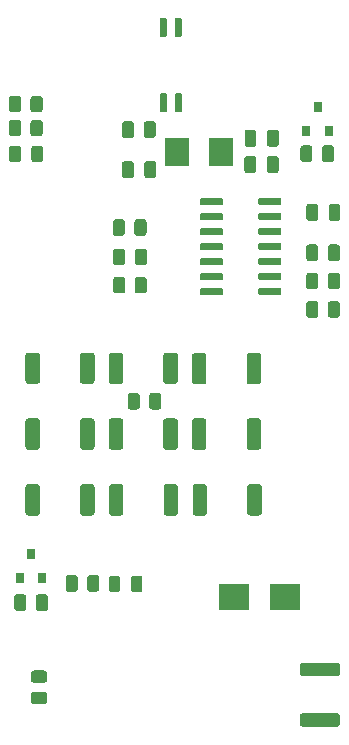
<source format=gbr>
G04 #@! TF.GenerationSoftware,KiCad,Pcbnew,(5.1.5)-3*
G04 #@! TF.CreationDate,2021-03-17T11:55:38+00:00*
G04 #@! TF.ProjectId,ModuleV440,4d6f6475-6c65-4563-9434-302e6b696361,rev?*
G04 #@! TF.SameCoordinates,Original*
G04 #@! TF.FileFunction,Paste,Top*
G04 #@! TF.FilePolarity,Positive*
%FSLAX46Y46*%
G04 Gerber Fmt 4.6, Leading zero omitted, Abs format (unit mm)*
G04 Created by KiCad (PCBNEW (5.1.5)-3) date 2021-03-17 11:55:38*
%MOMM*%
%LPD*%
G04 APERTURE LIST*
%ADD10C,0.100000*%
%ADD11R,2.500000X2.300000*%
%ADD12R,0.800000X0.900000*%
%ADD13R,2.000000X2.400000*%
G04 APERTURE END LIST*
D10*
G36*
X119742104Y-76763804D02*
G01*
X119766373Y-76767404D01*
X119790171Y-76773365D01*
X119813271Y-76781630D01*
X119835449Y-76792120D01*
X119856493Y-76804733D01*
X119876198Y-76819347D01*
X119894377Y-76835823D01*
X119910853Y-76854002D01*
X119925467Y-76873707D01*
X119938080Y-76894751D01*
X119948570Y-76916929D01*
X119956835Y-76940029D01*
X119962796Y-76963827D01*
X119966396Y-76988096D01*
X119967600Y-77012600D01*
X119967600Y-79162600D01*
X119966396Y-79187104D01*
X119962796Y-79211373D01*
X119956835Y-79235171D01*
X119948570Y-79258271D01*
X119938080Y-79280449D01*
X119925467Y-79301493D01*
X119910853Y-79321198D01*
X119894377Y-79339377D01*
X119876198Y-79355853D01*
X119856493Y-79370467D01*
X119835449Y-79383080D01*
X119813271Y-79393570D01*
X119790171Y-79401835D01*
X119766373Y-79407796D01*
X119742104Y-79411396D01*
X119717600Y-79412600D01*
X118992600Y-79412600D01*
X118968096Y-79411396D01*
X118943827Y-79407796D01*
X118920029Y-79401835D01*
X118896929Y-79393570D01*
X118874751Y-79383080D01*
X118853707Y-79370467D01*
X118834002Y-79355853D01*
X118815823Y-79339377D01*
X118799347Y-79321198D01*
X118784733Y-79301493D01*
X118772120Y-79280449D01*
X118761630Y-79258271D01*
X118753365Y-79235171D01*
X118747404Y-79211373D01*
X118743804Y-79187104D01*
X118742600Y-79162600D01*
X118742600Y-77012600D01*
X118743804Y-76988096D01*
X118747404Y-76963827D01*
X118753365Y-76940029D01*
X118761630Y-76916929D01*
X118772120Y-76894751D01*
X118784733Y-76873707D01*
X118799347Y-76854002D01*
X118815823Y-76835823D01*
X118834002Y-76819347D01*
X118853707Y-76804733D01*
X118874751Y-76792120D01*
X118896929Y-76781630D01*
X118920029Y-76773365D01*
X118943827Y-76767404D01*
X118968096Y-76763804D01*
X118992600Y-76762600D01*
X119717600Y-76762600D01*
X119742104Y-76763804D01*
G37*
G36*
X124367104Y-76763804D02*
G01*
X124391373Y-76767404D01*
X124415171Y-76773365D01*
X124438271Y-76781630D01*
X124460449Y-76792120D01*
X124481493Y-76804733D01*
X124501198Y-76819347D01*
X124519377Y-76835823D01*
X124535853Y-76854002D01*
X124550467Y-76873707D01*
X124563080Y-76894751D01*
X124573570Y-76916929D01*
X124581835Y-76940029D01*
X124587796Y-76963827D01*
X124591396Y-76988096D01*
X124592600Y-77012600D01*
X124592600Y-79162600D01*
X124591396Y-79187104D01*
X124587796Y-79211373D01*
X124581835Y-79235171D01*
X124573570Y-79258271D01*
X124563080Y-79280449D01*
X124550467Y-79301493D01*
X124535853Y-79321198D01*
X124519377Y-79339377D01*
X124501198Y-79355853D01*
X124481493Y-79370467D01*
X124460449Y-79383080D01*
X124438271Y-79393570D01*
X124415171Y-79401835D01*
X124391373Y-79407796D01*
X124367104Y-79411396D01*
X124342600Y-79412600D01*
X123617600Y-79412600D01*
X123593096Y-79411396D01*
X123568827Y-79407796D01*
X123545029Y-79401835D01*
X123521929Y-79393570D01*
X123499751Y-79383080D01*
X123478707Y-79370467D01*
X123459002Y-79355853D01*
X123440823Y-79339377D01*
X123424347Y-79321198D01*
X123409733Y-79301493D01*
X123397120Y-79280449D01*
X123386630Y-79258271D01*
X123378365Y-79235171D01*
X123372404Y-79211373D01*
X123368804Y-79187104D01*
X123367600Y-79162600D01*
X123367600Y-77012600D01*
X123368804Y-76988096D01*
X123372404Y-76963827D01*
X123378365Y-76940029D01*
X123386630Y-76916929D01*
X123397120Y-76894751D01*
X123409733Y-76873707D01*
X123424347Y-76854002D01*
X123440823Y-76835823D01*
X123459002Y-76819347D01*
X123478707Y-76804733D01*
X123499751Y-76792120D01*
X123521929Y-76781630D01*
X123545029Y-76773365D01*
X123568827Y-76767404D01*
X123593096Y-76763804D01*
X123617600Y-76762600D01*
X124342600Y-76762600D01*
X124367104Y-76763804D01*
G37*
G36*
X117317104Y-76713804D02*
G01*
X117341373Y-76717404D01*
X117365171Y-76723365D01*
X117388271Y-76731630D01*
X117410449Y-76742120D01*
X117431493Y-76754733D01*
X117451198Y-76769347D01*
X117469377Y-76785823D01*
X117485853Y-76804002D01*
X117500467Y-76823707D01*
X117513080Y-76844751D01*
X117523570Y-76866929D01*
X117531835Y-76890029D01*
X117537796Y-76913827D01*
X117541396Y-76938096D01*
X117542600Y-76962600D01*
X117542600Y-79112600D01*
X117541396Y-79137104D01*
X117537796Y-79161373D01*
X117531835Y-79185171D01*
X117523570Y-79208271D01*
X117513080Y-79230449D01*
X117500467Y-79251493D01*
X117485853Y-79271198D01*
X117469377Y-79289377D01*
X117451198Y-79305853D01*
X117431493Y-79320467D01*
X117410449Y-79333080D01*
X117388271Y-79343570D01*
X117365171Y-79351835D01*
X117341373Y-79357796D01*
X117317104Y-79361396D01*
X117292600Y-79362600D01*
X116567600Y-79362600D01*
X116543096Y-79361396D01*
X116518827Y-79357796D01*
X116495029Y-79351835D01*
X116471929Y-79343570D01*
X116449751Y-79333080D01*
X116428707Y-79320467D01*
X116409002Y-79305853D01*
X116390823Y-79289377D01*
X116374347Y-79271198D01*
X116359733Y-79251493D01*
X116347120Y-79230449D01*
X116336630Y-79208271D01*
X116328365Y-79185171D01*
X116322404Y-79161373D01*
X116318804Y-79137104D01*
X116317600Y-79112600D01*
X116317600Y-76962600D01*
X116318804Y-76938096D01*
X116322404Y-76913827D01*
X116328365Y-76890029D01*
X116336630Y-76866929D01*
X116347120Y-76844751D01*
X116359733Y-76823707D01*
X116374347Y-76804002D01*
X116390823Y-76785823D01*
X116409002Y-76769347D01*
X116428707Y-76754733D01*
X116449751Y-76742120D01*
X116471929Y-76731630D01*
X116495029Y-76723365D01*
X116518827Y-76717404D01*
X116543096Y-76713804D01*
X116567600Y-76712600D01*
X117292600Y-76712600D01*
X117317104Y-76713804D01*
G37*
G36*
X112692104Y-76713804D02*
G01*
X112716373Y-76717404D01*
X112740171Y-76723365D01*
X112763271Y-76731630D01*
X112785449Y-76742120D01*
X112806493Y-76754733D01*
X112826198Y-76769347D01*
X112844377Y-76785823D01*
X112860853Y-76804002D01*
X112875467Y-76823707D01*
X112888080Y-76844751D01*
X112898570Y-76866929D01*
X112906835Y-76890029D01*
X112912796Y-76913827D01*
X112916396Y-76938096D01*
X112917600Y-76962600D01*
X112917600Y-79112600D01*
X112916396Y-79137104D01*
X112912796Y-79161373D01*
X112906835Y-79185171D01*
X112898570Y-79208271D01*
X112888080Y-79230449D01*
X112875467Y-79251493D01*
X112860853Y-79271198D01*
X112844377Y-79289377D01*
X112826198Y-79305853D01*
X112806493Y-79320467D01*
X112785449Y-79333080D01*
X112763271Y-79343570D01*
X112740171Y-79351835D01*
X112716373Y-79357796D01*
X112692104Y-79361396D01*
X112667600Y-79362600D01*
X111942600Y-79362600D01*
X111918096Y-79361396D01*
X111893827Y-79357796D01*
X111870029Y-79351835D01*
X111846929Y-79343570D01*
X111824751Y-79333080D01*
X111803707Y-79320467D01*
X111784002Y-79305853D01*
X111765823Y-79289377D01*
X111749347Y-79271198D01*
X111734733Y-79251493D01*
X111722120Y-79230449D01*
X111711630Y-79208271D01*
X111703365Y-79185171D01*
X111697404Y-79161373D01*
X111693804Y-79137104D01*
X111692600Y-79112600D01*
X111692600Y-76962600D01*
X111693804Y-76938096D01*
X111697404Y-76913827D01*
X111703365Y-76890029D01*
X111711630Y-76866929D01*
X111722120Y-76844751D01*
X111734733Y-76823707D01*
X111749347Y-76804002D01*
X111765823Y-76785823D01*
X111784002Y-76769347D01*
X111803707Y-76754733D01*
X111824751Y-76742120D01*
X111846929Y-76731630D01*
X111870029Y-76723365D01*
X111893827Y-76717404D01*
X111918096Y-76713804D01*
X111942600Y-76712600D01*
X112667600Y-76712600D01*
X112692104Y-76713804D01*
G37*
G36*
X124367104Y-82288804D02*
G01*
X124391373Y-82292404D01*
X124415171Y-82298365D01*
X124438271Y-82306630D01*
X124460449Y-82317120D01*
X124481493Y-82329733D01*
X124501198Y-82344347D01*
X124519377Y-82360823D01*
X124535853Y-82379002D01*
X124550467Y-82398707D01*
X124563080Y-82419751D01*
X124573570Y-82441929D01*
X124581835Y-82465029D01*
X124587796Y-82488827D01*
X124591396Y-82513096D01*
X124592600Y-82537600D01*
X124592600Y-84687600D01*
X124591396Y-84712104D01*
X124587796Y-84736373D01*
X124581835Y-84760171D01*
X124573570Y-84783271D01*
X124563080Y-84805449D01*
X124550467Y-84826493D01*
X124535853Y-84846198D01*
X124519377Y-84864377D01*
X124501198Y-84880853D01*
X124481493Y-84895467D01*
X124460449Y-84908080D01*
X124438271Y-84918570D01*
X124415171Y-84926835D01*
X124391373Y-84932796D01*
X124367104Y-84936396D01*
X124342600Y-84937600D01*
X123617600Y-84937600D01*
X123593096Y-84936396D01*
X123568827Y-84932796D01*
X123545029Y-84926835D01*
X123521929Y-84918570D01*
X123499751Y-84908080D01*
X123478707Y-84895467D01*
X123459002Y-84880853D01*
X123440823Y-84864377D01*
X123424347Y-84846198D01*
X123409733Y-84826493D01*
X123397120Y-84805449D01*
X123386630Y-84783271D01*
X123378365Y-84760171D01*
X123372404Y-84736373D01*
X123368804Y-84712104D01*
X123367600Y-84687600D01*
X123367600Y-82537600D01*
X123368804Y-82513096D01*
X123372404Y-82488827D01*
X123378365Y-82465029D01*
X123386630Y-82441929D01*
X123397120Y-82419751D01*
X123409733Y-82398707D01*
X123424347Y-82379002D01*
X123440823Y-82360823D01*
X123459002Y-82344347D01*
X123478707Y-82329733D01*
X123499751Y-82317120D01*
X123521929Y-82306630D01*
X123545029Y-82298365D01*
X123568827Y-82292404D01*
X123593096Y-82288804D01*
X123617600Y-82287600D01*
X124342600Y-82287600D01*
X124367104Y-82288804D01*
G37*
G36*
X119742104Y-82288804D02*
G01*
X119766373Y-82292404D01*
X119790171Y-82298365D01*
X119813271Y-82306630D01*
X119835449Y-82317120D01*
X119856493Y-82329733D01*
X119876198Y-82344347D01*
X119894377Y-82360823D01*
X119910853Y-82379002D01*
X119925467Y-82398707D01*
X119938080Y-82419751D01*
X119948570Y-82441929D01*
X119956835Y-82465029D01*
X119962796Y-82488827D01*
X119966396Y-82513096D01*
X119967600Y-82537600D01*
X119967600Y-84687600D01*
X119966396Y-84712104D01*
X119962796Y-84736373D01*
X119956835Y-84760171D01*
X119948570Y-84783271D01*
X119938080Y-84805449D01*
X119925467Y-84826493D01*
X119910853Y-84846198D01*
X119894377Y-84864377D01*
X119876198Y-84880853D01*
X119856493Y-84895467D01*
X119835449Y-84908080D01*
X119813271Y-84918570D01*
X119790171Y-84926835D01*
X119766373Y-84932796D01*
X119742104Y-84936396D01*
X119717600Y-84937600D01*
X118992600Y-84937600D01*
X118968096Y-84936396D01*
X118943827Y-84932796D01*
X118920029Y-84926835D01*
X118896929Y-84918570D01*
X118874751Y-84908080D01*
X118853707Y-84895467D01*
X118834002Y-84880853D01*
X118815823Y-84864377D01*
X118799347Y-84846198D01*
X118784733Y-84826493D01*
X118772120Y-84805449D01*
X118761630Y-84783271D01*
X118753365Y-84760171D01*
X118747404Y-84736373D01*
X118743804Y-84712104D01*
X118742600Y-84687600D01*
X118742600Y-82537600D01*
X118743804Y-82513096D01*
X118747404Y-82488827D01*
X118753365Y-82465029D01*
X118761630Y-82441929D01*
X118772120Y-82419751D01*
X118784733Y-82398707D01*
X118799347Y-82379002D01*
X118815823Y-82360823D01*
X118834002Y-82344347D01*
X118853707Y-82329733D01*
X118874751Y-82317120D01*
X118896929Y-82306630D01*
X118920029Y-82298365D01*
X118943827Y-82292404D01*
X118968096Y-82288804D01*
X118992600Y-82287600D01*
X119717600Y-82287600D01*
X119742104Y-82288804D01*
G37*
G36*
X112692104Y-82288804D02*
G01*
X112716373Y-82292404D01*
X112740171Y-82298365D01*
X112763271Y-82306630D01*
X112785449Y-82317120D01*
X112806493Y-82329733D01*
X112826198Y-82344347D01*
X112844377Y-82360823D01*
X112860853Y-82379002D01*
X112875467Y-82398707D01*
X112888080Y-82419751D01*
X112898570Y-82441929D01*
X112906835Y-82465029D01*
X112912796Y-82488827D01*
X112916396Y-82513096D01*
X112917600Y-82537600D01*
X112917600Y-84687600D01*
X112916396Y-84712104D01*
X112912796Y-84736373D01*
X112906835Y-84760171D01*
X112898570Y-84783271D01*
X112888080Y-84805449D01*
X112875467Y-84826493D01*
X112860853Y-84846198D01*
X112844377Y-84864377D01*
X112826198Y-84880853D01*
X112806493Y-84895467D01*
X112785449Y-84908080D01*
X112763271Y-84918570D01*
X112740171Y-84926835D01*
X112716373Y-84932796D01*
X112692104Y-84936396D01*
X112667600Y-84937600D01*
X111942600Y-84937600D01*
X111918096Y-84936396D01*
X111893827Y-84932796D01*
X111870029Y-84926835D01*
X111846929Y-84918570D01*
X111824751Y-84908080D01*
X111803707Y-84895467D01*
X111784002Y-84880853D01*
X111765823Y-84864377D01*
X111749347Y-84846198D01*
X111734733Y-84826493D01*
X111722120Y-84805449D01*
X111711630Y-84783271D01*
X111703365Y-84760171D01*
X111697404Y-84736373D01*
X111693804Y-84712104D01*
X111692600Y-84687600D01*
X111692600Y-82537600D01*
X111693804Y-82513096D01*
X111697404Y-82488827D01*
X111703365Y-82465029D01*
X111711630Y-82441929D01*
X111722120Y-82419751D01*
X111734733Y-82398707D01*
X111749347Y-82379002D01*
X111765823Y-82360823D01*
X111784002Y-82344347D01*
X111803707Y-82329733D01*
X111824751Y-82317120D01*
X111846929Y-82306630D01*
X111870029Y-82298365D01*
X111893827Y-82292404D01*
X111918096Y-82288804D01*
X111942600Y-82287600D01*
X112667600Y-82287600D01*
X112692104Y-82288804D01*
G37*
G36*
X117317104Y-82288804D02*
G01*
X117341373Y-82292404D01*
X117365171Y-82298365D01*
X117388271Y-82306630D01*
X117410449Y-82317120D01*
X117431493Y-82329733D01*
X117451198Y-82344347D01*
X117469377Y-82360823D01*
X117485853Y-82379002D01*
X117500467Y-82398707D01*
X117513080Y-82419751D01*
X117523570Y-82441929D01*
X117531835Y-82465029D01*
X117537796Y-82488827D01*
X117541396Y-82513096D01*
X117542600Y-82537600D01*
X117542600Y-84687600D01*
X117541396Y-84712104D01*
X117537796Y-84736373D01*
X117531835Y-84760171D01*
X117523570Y-84783271D01*
X117513080Y-84805449D01*
X117500467Y-84826493D01*
X117485853Y-84846198D01*
X117469377Y-84864377D01*
X117451198Y-84880853D01*
X117431493Y-84895467D01*
X117410449Y-84908080D01*
X117388271Y-84918570D01*
X117365171Y-84926835D01*
X117341373Y-84932796D01*
X117317104Y-84936396D01*
X117292600Y-84937600D01*
X116567600Y-84937600D01*
X116543096Y-84936396D01*
X116518827Y-84932796D01*
X116495029Y-84926835D01*
X116471929Y-84918570D01*
X116449751Y-84908080D01*
X116428707Y-84895467D01*
X116409002Y-84880853D01*
X116390823Y-84864377D01*
X116374347Y-84846198D01*
X116359733Y-84826493D01*
X116347120Y-84805449D01*
X116336630Y-84783271D01*
X116328365Y-84760171D01*
X116322404Y-84736373D01*
X116318804Y-84712104D01*
X116317600Y-84687600D01*
X116317600Y-82537600D01*
X116318804Y-82513096D01*
X116322404Y-82488827D01*
X116328365Y-82465029D01*
X116336630Y-82441929D01*
X116347120Y-82419751D01*
X116359733Y-82398707D01*
X116374347Y-82379002D01*
X116390823Y-82360823D01*
X116409002Y-82344347D01*
X116428707Y-82329733D01*
X116449751Y-82317120D01*
X116471929Y-82306630D01*
X116495029Y-82298365D01*
X116518827Y-82292404D01*
X116543096Y-82288804D01*
X116567600Y-82287600D01*
X117292600Y-82287600D01*
X117317104Y-82288804D01*
G37*
G36*
X119792104Y-87863804D02*
G01*
X119816373Y-87867404D01*
X119840171Y-87873365D01*
X119863271Y-87881630D01*
X119885449Y-87892120D01*
X119906493Y-87904733D01*
X119926198Y-87919347D01*
X119944377Y-87935823D01*
X119960853Y-87954002D01*
X119975467Y-87973707D01*
X119988080Y-87994751D01*
X119998570Y-88016929D01*
X120006835Y-88040029D01*
X120012796Y-88063827D01*
X120016396Y-88088096D01*
X120017600Y-88112600D01*
X120017600Y-90262600D01*
X120016396Y-90287104D01*
X120012796Y-90311373D01*
X120006835Y-90335171D01*
X119998570Y-90358271D01*
X119988080Y-90380449D01*
X119975467Y-90401493D01*
X119960853Y-90421198D01*
X119944377Y-90439377D01*
X119926198Y-90455853D01*
X119906493Y-90470467D01*
X119885449Y-90483080D01*
X119863271Y-90493570D01*
X119840171Y-90501835D01*
X119816373Y-90507796D01*
X119792104Y-90511396D01*
X119767600Y-90512600D01*
X119042600Y-90512600D01*
X119018096Y-90511396D01*
X118993827Y-90507796D01*
X118970029Y-90501835D01*
X118946929Y-90493570D01*
X118924751Y-90483080D01*
X118903707Y-90470467D01*
X118884002Y-90455853D01*
X118865823Y-90439377D01*
X118849347Y-90421198D01*
X118834733Y-90401493D01*
X118822120Y-90380449D01*
X118811630Y-90358271D01*
X118803365Y-90335171D01*
X118797404Y-90311373D01*
X118793804Y-90287104D01*
X118792600Y-90262600D01*
X118792600Y-88112600D01*
X118793804Y-88088096D01*
X118797404Y-88063827D01*
X118803365Y-88040029D01*
X118811630Y-88016929D01*
X118822120Y-87994751D01*
X118834733Y-87973707D01*
X118849347Y-87954002D01*
X118865823Y-87935823D01*
X118884002Y-87919347D01*
X118903707Y-87904733D01*
X118924751Y-87892120D01*
X118946929Y-87881630D01*
X118970029Y-87873365D01*
X118993827Y-87867404D01*
X119018096Y-87863804D01*
X119042600Y-87862600D01*
X119767600Y-87862600D01*
X119792104Y-87863804D01*
G37*
G36*
X124417104Y-87863804D02*
G01*
X124441373Y-87867404D01*
X124465171Y-87873365D01*
X124488271Y-87881630D01*
X124510449Y-87892120D01*
X124531493Y-87904733D01*
X124551198Y-87919347D01*
X124569377Y-87935823D01*
X124585853Y-87954002D01*
X124600467Y-87973707D01*
X124613080Y-87994751D01*
X124623570Y-88016929D01*
X124631835Y-88040029D01*
X124637796Y-88063827D01*
X124641396Y-88088096D01*
X124642600Y-88112600D01*
X124642600Y-90262600D01*
X124641396Y-90287104D01*
X124637796Y-90311373D01*
X124631835Y-90335171D01*
X124623570Y-90358271D01*
X124613080Y-90380449D01*
X124600467Y-90401493D01*
X124585853Y-90421198D01*
X124569377Y-90439377D01*
X124551198Y-90455853D01*
X124531493Y-90470467D01*
X124510449Y-90483080D01*
X124488271Y-90493570D01*
X124465171Y-90501835D01*
X124441373Y-90507796D01*
X124417104Y-90511396D01*
X124392600Y-90512600D01*
X123667600Y-90512600D01*
X123643096Y-90511396D01*
X123618827Y-90507796D01*
X123595029Y-90501835D01*
X123571929Y-90493570D01*
X123549751Y-90483080D01*
X123528707Y-90470467D01*
X123509002Y-90455853D01*
X123490823Y-90439377D01*
X123474347Y-90421198D01*
X123459733Y-90401493D01*
X123447120Y-90380449D01*
X123436630Y-90358271D01*
X123428365Y-90335171D01*
X123422404Y-90311373D01*
X123418804Y-90287104D01*
X123417600Y-90262600D01*
X123417600Y-88112600D01*
X123418804Y-88088096D01*
X123422404Y-88063827D01*
X123428365Y-88040029D01*
X123436630Y-88016929D01*
X123447120Y-87994751D01*
X123459733Y-87973707D01*
X123474347Y-87954002D01*
X123490823Y-87935823D01*
X123509002Y-87919347D01*
X123528707Y-87904733D01*
X123549751Y-87892120D01*
X123571929Y-87881630D01*
X123595029Y-87873365D01*
X123618827Y-87867404D01*
X123643096Y-87863804D01*
X123667600Y-87862600D01*
X124392600Y-87862600D01*
X124417104Y-87863804D01*
G37*
G36*
X117342104Y-87863804D02*
G01*
X117366373Y-87867404D01*
X117390171Y-87873365D01*
X117413271Y-87881630D01*
X117435449Y-87892120D01*
X117456493Y-87904733D01*
X117476198Y-87919347D01*
X117494377Y-87935823D01*
X117510853Y-87954002D01*
X117525467Y-87973707D01*
X117538080Y-87994751D01*
X117548570Y-88016929D01*
X117556835Y-88040029D01*
X117562796Y-88063827D01*
X117566396Y-88088096D01*
X117567600Y-88112600D01*
X117567600Y-90262600D01*
X117566396Y-90287104D01*
X117562796Y-90311373D01*
X117556835Y-90335171D01*
X117548570Y-90358271D01*
X117538080Y-90380449D01*
X117525467Y-90401493D01*
X117510853Y-90421198D01*
X117494377Y-90439377D01*
X117476198Y-90455853D01*
X117456493Y-90470467D01*
X117435449Y-90483080D01*
X117413271Y-90493570D01*
X117390171Y-90501835D01*
X117366373Y-90507796D01*
X117342104Y-90511396D01*
X117317600Y-90512600D01*
X116592600Y-90512600D01*
X116568096Y-90511396D01*
X116543827Y-90507796D01*
X116520029Y-90501835D01*
X116496929Y-90493570D01*
X116474751Y-90483080D01*
X116453707Y-90470467D01*
X116434002Y-90455853D01*
X116415823Y-90439377D01*
X116399347Y-90421198D01*
X116384733Y-90401493D01*
X116372120Y-90380449D01*
X116361630Y-90358271D01*
X116353365Y-90335171D01*
X116347404Y-90311373D01*
X116343804Y-90287104D01*
X116342600Y-90262600D01*
X116342600Y-88112600D01*
X116343804Y-88088096D01*
X116347404Y-88063827D01*
X116353365Y-88040029D01*
X116361630Y-88016929D01*
X116372120Y-87994751D01*
X116384733Y-87973707D01*
X116399347Y-87954002D01*
X116415823Y-87935823D01*
X116434002Y-87919347D01*
X116453707Y-87904733D01*
X116474751Y-87892120D01*
X116496929Y-87881630D01*
X116520029Y-87873365D01*
X116543827Y-87867404D01*
X116568096Y-87863804D01*
X116592600Y-87862600D01*
X117317600Y-87862600D01*
X117342104Y-87863804D01*
G37*
G36*
X112717104Y-87863804D02*
G01*
X112741373Y-87867404D01*
X112765171Y-87873365D01*
X112788271Y-87881630D01*
X112810449Y-87892120D01*
X112831493Y-87904733D01*
X112851198Y-87919347D01*
X112869377Y-87935823D01*
X112885853Y-87954002D01*
X112900467Y-87973707D01*
X112913080Y-87994751D01*
X112923570Y-88016929D01*
X112931835Y-88040029D01*
X112937796Y-88063827D01*
X112941396Y-88088096D01*
X112942600Y-88112600D01*
X112942600Y-90262600D01*
X112941396Y-90287104D01*
X112937796Y-90311373D01*
X112931835Y-90335171D01*
X112923570Y-90358271D01*
X112913080Y-90380449D01*
X112900467Y-90401493D01*
X112885853Y-90421198D01*
X112869377Y-90439377D01*
X112851198Y-90455853D01*
X112831493Y-90470467D01*
X112810449Y-90483080D01*
X112788271Y-90493570D01*
X112765171Y-90501835D01*
X112741373Y-90507796D01*
X112717104Y-90511396D01*
X112692600Y-90512600D01*
X111967600Y-90512600D01*
X111943096Y-90511396D01*
X111918827Y-90507796D01*
X111895029Y-90501835D01*
X111871929Y-90493570D01*
X111849751Y-90483080D01*
X111828707Y-90470467D01*
X111809002Y-90455853D01*
X111790823Y-90439377D01*
X111774347Y-90421198D01*
X111759733Y-90401493D01*
X111747120Y-90380449D01*
X111736630Y-90358271D01*
X111728365Y-90335171D01*
X111722404Y-90311373D01*
X111718804Y-90287104D01*
X111717600Y-90262600D01*
X111717600Y-88112600D01*
X111718804Y-88088096D01*
X111722404Y-88063827D01*
X111728365Y-88040029D01*
X111736630Y-88016929D01*
X111747120Y-87994751D01*
X111759733Y-87973707D01*
X111774347Y-87954002D01*
X111790823Y-87935823D01*
X111809002Y-87919347D01*
X111828707Y-87904733D01*
X111849751Y-87892120D01*
X111871929Y-87881630D01*
X111895029Y-87873365D01*
X111918827Y-87867404D01*
X111943096Y-87863804D01*
X111967600Y-87862600D01*
X112692600Y-87862600D01*
X112717104Y-87863804D01*
G37*
G36*
X105642104Y-76713804D02*
G01*
X105666373Y-76717404D01*
X105690171Y-76723365D01*
X105713271Y-76731630D01*
X105735449Y-76742120D01*
X105756493Y-76754733D01*
X105776198Y-76769347D01*
X105794377Y-76785823D01*
X105810853Y-76804002D01*
X105825467Y-76823707D01*
X105838080Y-76844751D01*
X105848570Y-76866929D01*
X105856835Y-76890029D01*
X105862796Y-76913827D01*
X105866396Y-76938096D01*
X105867600Y-76962600D01*
X105867600Y-79112600D01*
X105866396Y-79137104D01*
X105862796Y-79161373D01*
X105856835Y-79185171D01*
X105848570Y-79208271D01*
X105838080Y-79230449D01*
X105825467Y-79251493D01*
X105810853Y-79271198D01*
X105794377Y-79289377D01*
X105776198Y-79305853D01*
X105756493Y-79320467D01*
X105735449Y-79333080D01*
X105713271Y-79343570D01*
X105690171Y-79351835D01*
X105666373Y-79357796D01*
X105642104Y-79361396D01*
X105617600Y-79362600D01*
X104892600Y-79362600D01*
X104868096Y-79361396D01*
X104843827Y-79357796D01*
X104820029Y-79351835D01*
X104796929Y-79343570D01*
X104774751Y-79333080D01*
X104753707Y-79320467D01*
X104734002Y-79305853D01*
X104715823Y-79289377D01*
X104699347Y-79271198D01*
X104684733Y-79251493D01*
X104672120Y-79230449D01*
X104661630Y-79208271D01*
X104653365Y-79185171D01*
X104647404Y-79161373D01*
X104643804Y-79137104D01*
X104642600Y-79112600D01*
X104642600Y-76962600D01*
X104643804Y-76938096D01*
X104647404Y-76913827D01*
X104653365Y-76890029D01*
X104661630Y-76866929D01*
X104672120Y-76844751D01*
X104684733Y-76823707D01*
X104699347Y-76804002D01*
X104715823Y-76785823D01*
X104734002Y-76769347D01*
X104753707Y-76754733D01*
X104774751Y-76742120D01*
X104796929Y-76731630D01*
X104820029Y-76723365D01*
X104843827Y-76717404D01*
X104868096Y-76713804D01*
X104892600Y-76712600D01*
X105617600Y-76712600D01*
X105642104Y-76713804D01*
G37*
G36*
X110267104Y-76713804D02*
G01*
X110291373Y-76717404D01*
X110315171Y-76723365D01*
X110338271Y-76731630D01*
X110360449Y-76742120D01*
X110381493Y-76754733D01*
X110401198Y-76769347D01*
X110419377Y-76785823D01*
X110435853Y-76804002D01*
X110450467Y-76823707D01*
X110463080Y-76844751D01*
X110473570Y-76866929D01*
X110481835Y-76890029D01*
X110487796Y-76913827D01*
X110491396Y-76938096D01*
X110492600Y-76962600D01*
X110492600Y-79112600D01*
X110491396Y-79137104D01*
X110487796Y-79161373D01*
X110481835Y-79185171D01*
X110473570Y-79208271D01*
X110463080Y-79230449D01*
X110450467Y-79251493D01*
X110435853Y-79271198D01*
X110419377Y-79289377D01*
X110401198Y-79305853D01*
X110381493Y-79320467D01*
X110360449Y-79333080D01*
X110338271Y-79343570D01*
X110315171Y-79351835D01*
X110291373Y-79357796D01*
X110267104Y-79361396D01*
X110242600Y-79362600D01*
X109517600Y-79362600D01*
X109493096Y-79361396D01*
X109468827Y-79357796D01*
X109445029Y-79351835D01*
X109421929Y-79343570D01*
X109399751Y-79333080D01*
X109378707Y-79320467D01*
X109359002Y-79305853D01*
X109340823Y-79289377D01*
X109324347Y-79271198D01*
X109309733Y-79251493D01*
X109297120Y-79230449D01*
X109286630Y-79208271D01*
X109278365Y-79185171D01*
X109272404Y-79161373D01*
X109268804Y-79137104D01*
X109267600Y-79112600D01*
X109267600Y-76962600D01*
X109268804Y-76938096D01*
X109272404Y-76913827D01*
X109278365Y-76890029D01*
X109286630Y-76866929D01*
X109297120Y-76844751D01*
X109309733Y-76823707D01*
X109324347Y-76804002D01*
X109340823Y-76785823D01*
X109359002Y-76769347D01*
X109378707Y-76754733D01*
X109399751Y-76742120D01*
X109421929Y-76731630D01*
X109445029Y-76723365D01*
X109468827Y-76717404D01*
X109493096Y-76713804D01*
X109517600Y-76712600D01*
X110242600Y-76712600D01*
X110267104Y-76713804D01*
G37*
G36*
X110267104Y-82288804D02*
G01*
X110291373Y-82292404D01*
X110315171Y-82298365D01*
X110338271Y-82306630D01*
X110360449Y-82317120D01*
X110381493Y-82329733D01*
X110401198Y-82344347D01*
X110419377Y-82360823D01*
X110435853Y-82379002D01*
X110450467Y-82398707D01*
X110463080Y-82419751D01*
X110473570Y-82441929D01*
X110481835Y-82465029D01*
X110487796Y-82488827D01*
X110491396Y-82513096D01*
X110492600Y-82537600D01*
X110492600Y-84687600D01*
X110491396Y-84712104D01*
X110487796Y-84736373D01*
X110481835Y-84760171D01*
X110473570Y-84783271D01*
X110463080Y-84805449D01*
X110450467Y-84826493D01*
X110435853Y-84846198D01*
X110419377Y-84864377D01*
X110401198Y-84880853D01*
X110381493Y-84895467D01*
X110360449Y-84908080D01*
X110338271Y-84918570D01*
X110315171Y-84926835D01*
X110291373Y-84932796D01*
X110267104Y-84936396D01*
X110242600Y-84937600D01*
X109517600Y-84937600D01*
X109493096Y-84936396D01*
X109468827Y-84932796D01*
X109445029Y-84926835D01*
X109421929Y-84918570D01*
X109399751Y-84908080D01*
X109378707Y-84895467D01*
X109359002Y-84880853D01*
X109340823Y-84864377D01*
X109324347Y-84846198D01*
X109309733Y-84826493D01*
X109297120Y-84805449D01*
X109286630Y-84783271D01*
X109278365Y-84760171D01*
X109272404Y-84736373D01*
X109268804Y-84712104D01*
X109267600Y-84687600D01*
X109267600Y-82537600D01*
X109268804Y-82513096D01*
X109272404Y-82488827D01*
X109278365Y-82465029D01*
X109286630Y-82441929D01*
X109297120Y-82419751D01*
X109309733Y-82398707D01*
X109324347Y-82379002D01*
X109340823Y-82360823D01*
X109359002Y-82344347D01*
X109378707Y-82329733D01*
X109399751Y-82317120D01*
X109421929Y-82306630D01*
X109445029Y-82298365D01*
X109468827Y-82292404D01*
X109493096Y-82288804D01*
X109517600Y-82287600D01*
X110242600Y-82287600D01*
X110267104Y-82288804D01*
G37*
G36*
X105642104Y-82288804D02*
G01*
X105666373Y-82292404D01*
X105690171Y-82298365D01*
X105713271Y-82306630D01*
X105735449Y-82317120D01*
X105756493Y-82329733D01*
X105776198Y-82344347D01*
X105794377Y-82360823D01*
X105810853Y-82379002D01*
X105825467Y-82398707D01*
X105838080Y-82419751D01*
X105848570Y-82441929D01*
X105856835Y-82465029D01*
X105862796Y-82488827D01*
X105866396Y-82513096D01*
X105867600Y-82537600D01*
X105867600Y-84687600D01*
X105866396Y-84712104D01*
X105862796Y-84736373D01*
X105856835Y-84760171D01*
X105848570Y-84783271D01*
X105838080Y-84805449D01*
X105825467Y-84826493D01*
X105810853Y-84846198D01*
X105794377Y-84864377D01*
X105776198Y-84880853D01*
X105756493Y-84895467D01*
X105735449Y-84908080D01*
X105713271Y-84918570D01*
X105690171Y-84926835D01*
X105666373Y-84932796D01*
X105642104Y-84936396D01*
X105617600Y-84937600D01*
X104892600Y-84937600D01*
X104868096Y-84936396D01*
X104843827Y-84932796D01*
X104820029Y-84926835D01*
X104796929Y-84918570D01*
X104774751Y-84908080D01*
X104753707Y-84895467D01*
X104734002Y-84880853D01*
X104715823Y-84864377D01*
X104699347Y-84846198D01*
X104684733Y-84826493D01*
X104672120Y-84805449D01*
X104661630Y-84783271D01*
X104653365Y-84760171D01*
X104647404Y-84736373D01*
X104643804Y-84712104D01*
X104642600Y-84687600D01*
X104642600Y-82537600D01*
X104643804Y-82513096D01*
X104647404Y-82488827D01*
X104653365Y-82465029D01*
X104661630Y-82441929D01*
X104672120Y-82419751D01*
X104684733Y-82398707D01*
X104699347Y-82379002D01*
X104715823Y-82360823D01*
X104734002Y-82344347D01*
X104753707Y-82329733D01*
X104774751Y-82317120D01*
X104796929Y-82306630D01*
X104820029Y-82298365D01*
X104843827Y-82292404D01*
X104868096Y-82288804D01*
X104892600Y-82287600D01*
X105617600Y-82287600D01*
X105642104Y-82288804D01*
G37*
G36*
X105642104Y-87863804D02*
G01*
X105666373Y-87867404D01*
X105690171Y-87873365D01*
X105713271Y-87881630D01*
X105735449Y-87892120D01*
X105756493Y-87904733D01*
X105776198Y-87919347D01*
X105794377Y-87935823D01*
X105810853Y-87954002D01*
X105825467Y-87973707D01*
X105838080Y-87994751D01*
X105848570Y-88016929D01*
X105856835Y-88040029D01*
X105862796Y-88063827D01*
X105866396Y-88088096D01*
X105867600Y-88112600D01*
X105867600Y-90262600D01*
X105866396Y-90287104D01*
X105862796Y-90311373D01*
X105856835Y-90335171D01*
X105848570Y-90358271D01*
X105838080Y-90380449D01*
X105825467Y-90401493D01*
X105810853Y-90421198D01*
X105794377Y-90439377D01*
X105776198Y-90455853D01*
X105756493Y-90470467D01*
X105735449Y-90483080D01*
X105713271Y-90493570D01*
X105690171Y-90501835D01*
X105666373Y-90507796D01*
X105642104Y-90511396D01*
X105617600Y-90512600D01*
X104892600Y-90512600D01*
X104868096Y-90511396D01*
X104843827Y-90507796D01*
X104820029Y-90501835D01*
X104796929Y-90493570D01*
X104774751Y-90483080D01*
X104753707Y-90470467D01*
X104734002Y-90455853D01*
X104715823Y-90439377D01*
X104699347Y-90421198D01*
X104684733Y-90401493D01*
X104672120Y-90380449D01*
X104661630Y-90358271D01*
X104653365Y-90335171D01*
X104647404Y-90311373D01*
X104643804Y-90287104D01*
X104642600Y-90262600D01*
X104642600Y-88112600D01*
X104643804Y-88088096D01*
X104647404Y-88063827D01*
X104653365Y-88040029D01*
X104661630Y-88016929D01*
X104672120Y-87994751D01*
X104684733Y-87973707D01*
X104699347Y-87954002D01*
X104715823Y-87935823D01*
X104734002Y-87919347D01*
X104753707Y-87904733D01*
X104774751Y-87892120D01*
X104796929Y-87881630D01*
X104820029Y-87873365D01*
X104843827Y-87867404D01*
X104868096Y-87863804D01*
X104892600Y-87862600D01*
X105617600Y-87862600D01*
X105642104Y-87863804D01*
G37*
G36*
X110267104Y-87863804D02*
G01*
X110291373Y-87867404D01*
X110315171Y-87873365D01*
X110338271Y-87881630D01*
X110360449Y-87892120D01*
X110381493Y-87904733D01*
X110401198Y-87919347D01*
X110419377Y-87935823D01*
X110435853Y-87954002D01*
X110450467Y-87973707D01*
X110463080Y-87994751D01*
X110473570Y-88016929D01*
X110481835Y-88040029D01*
X110487796Y-88063827D01*
X110491396Y-88088096D01*
X110492600Y-88112600D01*
X110492600Y-90262600D01*
X110491396Y-90287104D01*
X110487796Y-90311373D01*
X110481835Y-90335171D01*
X110473570Y-90358271D01*
X110463080Y-90380449D01*
X110450467Y-90401493D01*
X110435853Y-90421198D01*
X110419377Y-90439377D01*
X110401198Y-90455853D01*
X110381493Y-90470467D01*
X110360449Y-90483080D01*
X110338271Y-90493570D01*
X110315171Y-90501835D01*
X110291373Y-90507796D01*
X110267104Y-90511396D01*
X110242600Y-90512600D01*
X109517600Y-90512600D01*
X109493096Y-90511396D01*
X109468827Y-90507796D01*
X109445029Y-90501835D01*
X109421929Y-90493570D01*
X109399751Y-90483080D01*
X109378707Y-90470467D01*
X109359002Y-90455853D01*
X109340823Y-90439377D01*
X109324347Y-90421198D01*
X109309733Y-90401493D01*
X109297120Y-90380449D01*
X109286630Y-90358271D01*
X109278365Y-90335171D01*
X109272404Y-90311373D01*
X109268804Y-90287104D01*
X109267600Y-90262600D01*
X109267600Y-88112600D01*
X109268804Y-88088096D01*
X109272404Y-88063827D01*
X109278365Y-88040029D01*
X109286630Y-88016929D01*
X109297120Y-87994751D01*
X109309733Y-87973707D01*
X109324347Y-87954002D01*
X109340823Y-87935823D01*
X109359002Y-87919347D01*
X109378707Y-87904733D01*
X109399751Y-87892120D01*
X109421929Y-87881630D01*
X109445029Y-87873365D01*
X109468827Y-87867404D01*
X109493096Y-87863804D01*
X109517600Y-87862600D01*
X110242600Y-87862600D01*
X110267104Y-87863804D01*
G37*
G36*
X116472303Y-48388322D02*
G01*
X116486864Y-48390482D01*
X116501143Y-48394059D01*
X116515003Y-48399018D01*
X116528310Y-48405312D01*
X116540936Y-48412880D01*
X116552759Y-48421648D01*
X116563666Y-48431534D01*
X116573552Y-48442441D01*
X116582320Y-48454264D01*
X116589888Y-48466890D01*
X116596182Y-48480197D01*
X116601141Y-48494057D01*
X116604718Y-48508336D01*
X116606878Y-48522897D01*
X116607600Y-48537600D01*
X116607600Y-49862600D01*
X116606878Y-49877303D01*
X116604718Y-49891864D01*
X116601141Y-49906143D01*
X116596182Y-49920003D01*
X116589888Y-49933310D01*
X116582320Y-49945936D01*
X116573552Y-49957759D01*
X116563666Y-49968666D01*
X116552759Y-49978552D01*
X116540936Y-49987320D01*
X116528310Y-49994888D01*
X116515003Y-50001182D01*
X116501143Y-50006141D01*
X116486864Y-50009718D01*
X116472303Y-50011878D01*
X116457600Y-50012600D01*
X116157600Y-50012600D01*
X116142897Y-50011878D01*
X116128336Y-50009718D01*
X116114057Y-50006141D01*
X116100197Y-50001182D01*
X116086890Y-49994888D01*
X116074264Y-49987320D01*
X116062441Y-49978552D01*
X116051534Y-49968666D01*
X116041648Y-49957759D01*
X116032880Y-49945936D01*
X116025312Y-49933310D01*
X116019018Y-49920003D01*
X116014059Y-49906143D01*
X116010482Y-49891864D01*
X116008322Y-49877303D01*
X116007600Y-49862600D01*
X116007600Y-48537600D01*
X116008322Y-48522897D01*
X116010482Y-48508336D01*
X116014059Y-48494057D01*
X116019018Y-48480197D01*
X116025312Y-48466890D01*
X116032880Y-48454264D01*
X116041648Y-48442441D01*
X116051534Y-48431534D01*
X116062441Y-48421648D01*
X116074264Y-48412880D01*
X116086890Y-48405312D01*
X116100197Y-48399018D01*
X116114057Y-48394059D01*
X116128336Y-48390482D01*
X116142897Y-48388322D01*
X116157600Y-48387600D01*
X116457600Y-48387600D01*
X116472303Y-48388322D01*
G37*
G36*
X117742303Y-48388322D02*
G01*
X117756864Y-48390482D01*
X117771143Y-48394059D01*
X117785003Y-48399018D01*
X117798310Y-48405312D01*
X117810936Y-48412880D01*
X117822759Y-48421648D01*
X117833666Y-48431534D01*
X117843552Y-48442441D01*
X117852320Y-48454264D01*
X117859888Y-48466890D01*
X117866182Y-48480197D01*
X117871141Y-48494057D01*
X117874718Y-48508336D01*
X117876878Y-48522897D01*
X117877600Y-48537600D01*
X117877600Y-49862600D01*
X117876878Y-49877303D01*
X117874718Y-49891864D01*
X117871141Y-49906143D01*
X117866182Y-49920003D01*
X117859888Y-49933310D01*
X117852320Y-49945936D01*
X117843552Y-49957759D01*
X117833666Y-49968666D01*
X117822759Y-49978552D01*
X117810936Y-49987320D01*
X117798310Y-49994888D01*
X117785003Y-50001182D01*
X117771143Y-50006141D01*
X117756864Y-50009718D01*
X117742303Y-50011878D01*
X117727600Y-50012600D01*
X117427600Y-50012600D01*
X117412897Y-50011878D01*
X117398336Y-50009718D01*
X117384057Y-50006141D01*
X117370197Y-50001182D01*
X117356890Y-49994888D01*
X117344264Y-49987320D01*
X117332441Y-49978552D01*
X117321534Y-49968666D01*
X117311648Y-49957759D01*
X117302880Y-49945936D01*
X117295312Y-49933310D01*
X117289018Y-49920003D01*
X117284059Y-49906143D01*
X117280482Y-49891864D01*
X117278322Y-49877303D01*
X117277600Y-49862600D01*
X117277600Y-48537600D01*
X117278322Y-48522897D01*
X117280482Y-48508336D01*
X117284059Y-48494057D01*
X117289018Y-48480197D01*
X117295312Y-48466890D01*
X117302880Y-48454264D01*
X117311648Y-48442441D01*
X117321534Y-48431534D01*
X117332441Y-48421648D01*
X117344264Y-48412880D01*
X117356890Y-48405312D01*
X117370197Y-48399018D01*
X117384057Y-48394059D01*
X117398336Y-48390482D01*
X117412897Y-48388322D01*
X117427600Y-48387600D01*
X117727600Y-48387600D01*
X117742303Y-48388322D01*
G37*
G36*
X117742303Y-54763322D02*
G01*
X117756864Y-54765482D01*
X117771143Y-54769059D01*
X117785003Y-54774018D01*
X117798310Y-54780312D01*
X117810936Y-54787880D01*
X117822759Y-54796648D01*
X117833666Y-54806534D01*
X117843552Y-54817441D01*
X117852320Y-54829264D01*
X117859888Y-54841890D01*
X117866182Y-54855197D01*
X117871141Y-54869057D01*
X117874718Y-54883336D01*
X117876878Y-54897897D01*
X117877600Y-54912600D01*
X117877600Y-56237600D01*
X117876878Y-56252303D01*
X117874718Y-56266864D01*
X117871141Y-56281143D01*
X117866182Y-56295003D01*
X117859888Y-56308310D01*
X117852320Y-56320936D01*
X117843552Y-56332759D01*
X117833666Y-56343666D01*
X117822759Y-56353552D01*
X117810936Y-56362320D01*
X117798310Y-56369888D01*
X117785003Y-56376182D01*
X117771143Y-56381141D01*
X117756864Y-56384718D01*
X117742303Y-56386878D01*
X117727600Y-56387600D01*
X117427600Y-56387600D01*
X117412897Y-56386878D01*
X117398336Y-56384718D01*
X117384057Y-56381141D01*
X117370197Y-56376182D01*
X117356890Y-56369888D01*
X117344264Y-56362320D01*
X117332441Y-56353552D01*
X117321534Y-56343666D01*
X117311648Y-56332759D01*
X117302880Y-56320936D01*
X117295312Y-56308310D01*
X117289018Y-56295003D01*
X117284059Y-56281143D01*
X117280482Y-56266864D01*
X117278322Y-56252303D01*
X117277600Y-56237600D01*
X117277600Y-54912600D01*
X117278322Y-54897897D01*
X117280482Y-54883336D01*
X117284059Y-54869057D01*
X117289018Y-54855197D01*
X117295312Y-54841890D01*
X117302880Y-54829264D01*
X117311648Y-54817441D01*
X117321534Y-54806534D01*
X117332441Y-54796648D01*
X117344264Y-54787880D01*
X117356890Y-54780312D01*
X117370197Y-54774018D01*
X117384057Y-54769059D01*
X117398336Y-54765482D01*
X117412897Y-54763322D01*
X117427600Y-54762600D01*
X117727600Y-54762600D01*
X117742303Y-54763322D01*
G37*
G36*
X116472303Y-54763322D02*
G01*
X116486864Y-54765482D01*
X116501143Y-54769059D01*
X116515003Y-54774018D01*
X116528310Y-54780312D01*
X116540936Y-54787880D01*
X116552759Y-54796648D01*
X116563666Y-54806534D01*
X116573552Y-54817441D01*
X116582320Y-54829264D01*
X116589888Y-54841890D01*
X116596182Y-54855197D01*
X116601141Y-54869057D01*
X116604718Y-54883336D01*
X116606878Y-54897897D01*
X116607600Y-54912600D01*
X116607600Y-56237600D01*
X116606878Y-56252303D01*
X116604718Y-56266864D01*
X116601141Y-56281143D01*
X116596182Y-56295003D01*
X116589888Y-56308310D01*
X116582320Y-56320936D01*
X116573552Y-56332759D01*
X116563666Y-56343666D01*
X116552759Y-56353552D01*
X116540936Y-56362320D01*
X116528310Y-56369888D01*
X116515003Y-56376182D01*
X116501143Y-56381141D01*
X116486864Y-56384718D01*
X116472303Y-56386878D01*
X116457600Y-56387600D01*
X116157600Y-56387600D01*
X116142897Y-56386878D01*
X116128336Y-56384718D01*
X116114057Y-56381141D01*
X116100197Y-56376182D01*
X116086890Y-56369888D01*
X116074264Y-56362320D01*
X116062441Y-56353552D01*
X116051534Y-56343666D01*
X116041648Y-56332759D01*
X116032880Y-56320936D01*
X116025312Y-56308310D01*
X116019018Y-56295003D01*
X116014059Y-56281143D01*
X116010482Y-56266864D01*
X116008322Y-56252303D01*
X116007600Y-56237600D01*
X116007600Y-54912600D01*
X116008322Y-54897897D01*
X116010482Y-54883336D01*
X116014059Y-54869057D01*
X116019018Y-54855197D01*
X116025312Y-54841890D01*
X116032880Y-54829264D01*
X116041648Y-54817441D01*
X116051534Y-54806534D01*
X116062441Y-54796648D01*
X116074264Y-54787880D01*
X116086890Y-54780312D01*
X116100197Y-54774018D01*
X116114057Y-54769059D01*
X116128336Y-54765482D01*
X116142897Y-54763322D01*
X116157600Y-54762600D01*
X116457600Y-54762600D01*
X116472303Y-54763322D01*
G37*
D11*
X122317600Y-97387600D03*
X126617600Y-97387600D03*
D10*
G36*
X106262105Y-103633804D02*
G01*
X106286373Y-103637404D01*
X106310172Y-103643365D01*
X106333271Y-103651630D01*
X106355450Y-103662120D01*
X106376493Y-103674732D01*
X106396199Y-103689347D01*
X106414377Y-103705823D01*
X106430853Y-103724001D01*
X106445468Y-103743707D01*
X106458080Y-103764750D01*
X106468570Y-103786929D01*
X106476835Y-103810028D01*
X106482796Y-103833827D01*
X106486396Y-103858095D01*
X106487600Y-103882599D01*
X106487600Y-104407601D01*
X106486396Y-104432105D01*
X106482796Y-104456373D01*
X106476835Y-104480172D01*
X106468570Y-104503271D01*
X106458080Y-104525450D01*
X106445468Y-104546493D01*
X106430853Y-104566199D01*
X106414377Y-104584377D01*
X106396199Y-104600853D01*
X106376493Y-104615468D01*
X106355450Y-104628080D01*
X106333271Y-104638570D01*
X106310172Y-104646835D01*
X106286373Y-104652796D01*
X106262105Y-104656396D01*
X106237601Y-104657600D01*
X105337599Y-104657600D01*
X105313095Y-104656396D01*
X105288827Y-104652796D01*
X105265028Y-104646835D01*
X105241929Y-104638570D01*
X105219750Y-104628080D01*
X105198707Y-104615468D01*
X105179001Y-104600853D01*
X105160823Y-104584377D01*
X105144347Y-104566199D01*
X105129732Y-104546493D01*
X105117120Y-104525450D01*
X105106630Y-104503271D01*
X105098365Y-104480172D01*
X105092404Y-104456373D01*
X105088804Y-104432105D01*
X105087600Y-104407601D01*
X105087600Y-103882599D01*
X105088804Y-103858095D01*
X105092404Y-103833827D01*
X105098365Y-103810028D01*
X105106630Y-103786929D01*
X105117120Y-103764750D01*
X105129732Y-103743707D01*
X105144347Y-103724001D01*
X105160823Y-103705823D01*
X105179001Y-103689347D01*
X105198707Y-103674732D01*
X105219750Y-103662120D01*
X105241929Y-103651630D01*
X105265028Y-103643365D01*
X105288827Y-103637404D01*
X105313095Y-103633804D01*
X105337599Y-103632600D01*
X106237601Y-103632600D01*
X106262105Y-103633804D01*
G37*
G36*
X106262105Y-105458804D02*
G01*
X106286373Y-105462404D01*
X106310172Y-105468365D01*
X106333271Y-105476630D01*
X106355450Y-105487120D01*
X106376493Y-105499732D01*
X106396199Y-105514347D01*
X106414377Y-105530823D01*
X106430853Y-105549001D01*
X106445468Y-105568707D01*
X106458080Y-105589750D01*
X106468570Y-105611929D01*
X106476835Y-105635028D01*
X106482796Y-105658827D01*
X106486396Y-105683095D01*
X106487600Y-105707599D01*
X106487600Y-106232601D01*
X106486396Y-106257105D01*
X106482796Y-106281373D01*
X106476835Y-106305172D01*
X106468570Y-106328271D01*
X106458080Y-106350450D01*
X106445468Y-106371493D01*
X106430853Y-106391199D01*
X106414377Y-106409377D01*
X106396199Y-106425853D01*
X106376493Y-106440468D01*
X106355450Y-106453080D01*
X106333271Y-106463570D01*
X106310172Y-106471835D01*
X106286373Y-106477796D01*
X106262105Y-106481396D01*
X106237601Y-106482600D01*
X105337599Y-106482600D01*
X105313095Y-106481396D01*
X105288827Y-106477796D01*
X105265028Y-106471835D01*
X105241929Y-106463570D01*
X105219750Y-106453080D01*
X105198707Y-106440468D01*
X105179001Y-106425853D01*
X105160823Y-106409377D01*
X105144347Y-106391199D01*
X105129732Y-106371493D01*
X105117120Y-106350450D01*
X105106630Y-106328271D01*
X105098365Y-106305172D01*
X105092404Y-106281373D01*
X105088804Y-106257105D01*
X105087600Y-106232601D01*
X105087600Y-105707599D01*
X105088804Y-105683095D01*
X105092404Y-105658827D01*
X105098365Y-105635028D01*
X105106630Y-105611929D01*
X105117120Y-105589750D01*
X105129732Y-105568707D01*
X105144347Y-105549001D01*
X105160823Y-105530823D01*
X105179001Y-105514347D01*
X105198707Y-105499732D01*
X105219750Y-105487120D01*
X105241929Y-105476630D01*
X105265028Y-105468365D01*
X105288827Y-105462404D01*
X105313095Y-105458804D01*
X105337599Y-105457600D01*
X106237601Y-105457600D01*
X106262105Y-105458804D01*
G37*
G36*
X131042105Y-72363804D02*
G01*
X131066373Y-72367404D01*
X131090172Y-72373365D01*
X131113271Y-72381630D01*
X131135450Y-72392120D01*
X131156493Y-72404732D01*
X131176199Y-72419347D01*
X131194377Y-72435823D01*
X131210853Y-72454001D01*
X131225468Y-72473707D01*
X131238080Y-72494750D01*
X131248570Y-72516929D01*
X131256835Y-72540028D01*
X131262796Y-72563827D01*
X131266396Y-72588095D01*
X131267600Y-72612599D01*
X131267600Y-73512601D01*
X131266396Y-73537105D01*
X131262796Y-73561373D01*
X131256835Y-73585172D01*
X131248570Y-73608271D01*
X131238080Y-73630450D01*
X131225468Y-73651493D01*
X131210853Y-73671199D01*
X131194377Y-73689377D01*
X131176199Y-73705853D01*
X131156493Y-73720468D01*
X131135450Y-73733080D01*
X131113271Y-73743570D01*
X131090172Y-73751835D01*
X131066373Y-73757796D01*
X131042105Y-73761396D01*
X131017601Y-73762600D01*
X130492599Y-73762600D01*
X130468095Y-73761396D01*
X130443827Y-73757796D01*
X130420028Y-73751835D01*
X130396929Y-73743570D01*
X130374750Y-73733080D01*
X130353707Y-73720468D01*
X130334001Y-73705853D01*
X130315823Y-73689377D01*
X130299347Y-73671199D01*
X130284732Y-73651493D01*
X130272120Y-73630450D01*
X130261630Y-73608271D01*
X130253365Y-73585172D01*
X130247404Y-73561373D01*
X130243804Y-73537105D01*
X130242600Y-73512601D01*
X130242600Y-72612599D01*
X130243804Y-72588095D01*
X130247404Y-72563827D01*
X130253365Y-72540028D01*
X130261630Y-72516929D01*
X130272120Y-72494750D01*
X130284732Y-72473707D01*
X130299347Y-72454001D01*
X130315823Y-72435823D01*
X130334001Y-72419347D01*
X130353707Y-72404732D01*
X130374750Y-72392120D01*
X130396929Y-72381630D01*
X130420028Y-72373365D01*
X130443827Y-72367404D01*
X130468095Y-72363804D01*
X130492599Y-72362600D01*
X131017601Y-72362600D01*
X131042105Y-72363804D01*
G37*
G36*
X129217105Y-72363804D02*
G01*
X129241373Y-72367404D01*
X129265172Y-72373365D01*
X129288271Y-72381630D01*
X129310450Y-72392120D01*
X129331493Y-72404732D01*
X129351199Y-72419347D01*
X129369377Y-72435823D01*
X129385853Y-72454001D01*
X129400468Y-72473707D01*
X129413080Y-72494750D01*
X129423570Y-72516929D01*
X129431835Y-72540028D01*
X129437796Y-72563827D01*
X129441396Y-72588095D01*
X129442600Y-72612599D01*
X129442600Y-73512601D01*
X129441396Y-73537105D01*
X129437796Y-73561373D01*
X129431835Y-73585172D01*
X129423570Y-73608271D01*
X129413080Y-73630450D01*
X129400468Y-73651493D01*
X129385853Y-73671199D01*
X129369377Y-73689377D01*
X129351199Y-73705853D01*
X129331493Y-73720468D01*
X129310450Y-73733080D01*
X129288271Y-73743570D01*
X129265172Y-73751835D01*
X129241373Y-73757796D01*
X129217105Y-73761396D01*
X129192601Y-73762600D01*
X128667599Y-73762600D01*
X128643095Y-73761396D01*
X128618827Y-73757796D01*
X128595028Y-73751835D01*
X128571929Y-73743570D01*
X128549750Y-73733080D01*
X128528707Y-73720468D01*
X128509001Y-73705853D01*
X128490823Y-73689377D01*
X128474347Y-73671199D01*
X128459732Y-73651493D01*
X128447120Y-73630450D01*
X128436630Y-73608271D01*
X128428365Y-73585172D01*
X128422404Y-73561373D01*
X128418804Y-73537105D01*
X128417600Y-73512601D01*
X128417600Y-72612599D01*
X128418804Y-72588095D01*
X128422404Y-72563827D01*
X128428365Y-72540028D01*
X128436630Y-72516929D01*
X128447120Y-72494750D01*
X128459732Y-72473707D01*
X128474347Y-72454001D01*
X128490823Y-72435823D01*
X128509001Y-72419347D01*
X128528707Y-72404732D01*
X128549750Y-72392120D01*
X128571929Y-72381630D01*
X128595028Y-72373365D01*
X128618827Y-72367404D01*
X128643095Y-72363804D01*
X128667599Y-72362600D01*
X129192601Y-72362600D01*
X129217105Y-72363804D01*
G37*
G36*
X131042105Y-69963804D02*
G01*
X131066373Y-69967404D01*
X131090172Y-69973365D01*
X131113271Y-69981630D01*
X131135450Y-69992120D01*
X131156493Y-70004732D01*
X131176199Y-70019347D01*
X131194377Y-70035823D01*
X131210853Y-70054001D01*
X131225468Y-70073707D01*
X131238080Y-70094750D01*
X131248570Y-70116929D01*
X131256835Y-70140028D01*
X131262796Y-70163827D01*
X131266396Y-70188095D01*
X131267600Y-70212599D01*
X131267600Y-71112601D01*
X131266396Y-71137105D01*
X131262796Y-71161373D01*
X131256835Y-71185172D01*
X131248570Y-71208271D01*
X131238080Y-71230450D01*
X131225468Y-71251493D01*
X131210853Y-71271199D01*
X131194377Y-71289377D01*
X131176199Y-71305853D01*
X131156493Y-71320468D01*
X131135450Y-71333080D01*
X131113271Y-71343570D01*
X131090172Y-71351835D01*
X131066373Y-71357796D01*
X131042105Y-71361396D01*
X131017601Y-71362600D01*
X130492599Y-71362600D01*
X130468095Y-71361396D01*
X130443827Y-71357796D01*
X130420028Y-71351835D01*
X130396929Y-71343570D01*
X130374750Y-71333080D01*
X130353707Y-71320468D01*
X130334001Y-71305853D01*
X130315823Y-71289377D01*
X130299347Y-71271199D01*
X130284732Y-71251493D01*
X130272120Y-71230450D01*
X130261630Y-71208271D01*
X130253365Y-71185172D01*
X130247404Y-71161373D01*
X130243804Y-71137105D01*
X130242600Y-71112601D01*
X130242600Y-70212599D01*
X130243804Y-70188095D01*
X130247404Y-70163827D01*
X130253365Y-70140028D01*
X130261630Y-70116929D01*
X130272120Y-70094750D01*
X130284732Y-70073707D01*
X130299347Y-70054001D01*
X130315823Y-70035823D01*
X130334001Y-70019347D01*
X130353707Y-70004732D01*
X130374750Y-69992120D01*
X130396929Y-69981630D01*
X130420028Y-69973365D01*
X130443827Y-69967404D01*
X130468095Y-69963804D01*
X130492599Y-69962600D01*
X131017601Y-69962600D01*
X131042105Y-69963804D01*
G37*
G36*
X129217105Y-69963804D02*
G01*
X129241373Y-69967404D01*
X129265172Y-69973365D01*
X129288271Y-69981630D01*
X129310450Y-69992120D01*
X129331493Y-70004732D01*
X129351199Y-70019347D01*
X129369377Y-70035823D01*
X129385853Y-70054001D01*
X129400468Y-70073707D01*
X129413080Y-70094750D01*
X129423570Y-70116929D01*
X129431835Y-70140028D01*
X129437796Y-70163827D01*
X129441396Y-70188095D01*
X129442600Y-70212599D01*
X129442600Y-71112601D01*
X129441396Y-71137105D01*
X129437796Y-71161373D01*
X129431835Y-71185172D01*
X129423570Y-71208271D01*
X129413080Y-71230450D01*
X129400468Y-71251493D01*
X129385853Y-71271199D01*
X129369377Y-71289377D01*
X129351199Y-71305853D01*
X129331493Y-71320468D01*
X129310450Y-71333080D01*
X129288271Y-71343570D01*
X129265172Y-71351835D01*
X129241373Y-71357796D01*
X129217105Y-71361396D01*
X129192601Y-71362600D01*
X128667599Y-71362600D01*
X128643095Y-71361396D01*
X128618827Y-71357796D01*
X128595028Y-71351835D01*
X128571929Y-71343570D01*
X128549750Y-71333080D01*
X128528707Y-71320468D01*
X128509001Y-71305853D01*
X128490823Y-71289377D01*
X128474347Y-71271199D01*
X128459732Y-71251493D01*
X128447120Y-71230450D01*
X128436630Y-71208271D01*
X128428365Y-71185172D01*
X128422404Y-71161373D01*
X128418804Y-71137105D01*
X128417600Y-71112601D01*
X128417600Y-70212599D01*
X128418804Y-70188095D01*
X128422404Y-70163827D01*
X128428365Y-70140028D01*
X128436630Y-70116929D01*
X128447120Y-70094750D01*
X128459732Y-70073707D01*
X128474347Y-70054001D01*
X128490823Y-70035823D01*
X128509001Y-70019347D01*
X128528707Y-70004732D01*
X128549750Y-69992120D01*
X128571929Y-69981630D01*
X128595028Y-69973365D01*
X128618827Y-69967404D01*
X128643095Y-69963804D01*
X128667599Y-69962600D01*
X129192601Y-69962600D01*
X129217105Y-69963804D01*
G37*
G36*
X114092105Y-80138804D02*
G01*
X114116373Y-80142404D01*
X114140172Y-80148365D01*
X114163271Y-80156630D01*
X114185450Y-80167120D01*
X114206493Y-80179732D01*
X114226199Y-80194347D01*
X114244377Y-80210823D01*
X114260853Y-80229001D01*
X114275468Y-80248707D01*
X114288080Y-80269750D01*
X114298570Y-80291929D01*
X114306835Y-80315028D01*
X114312796Y-80338827D01*
X114316396Y-80363095D01*
X114317600Y-80387599D01*
X114317600Y-81287601D01*
X114316396Y-81312105D01*
X114312796Y-81336373D01*
X114306835Y-81360172D01*
X114298570Y-81383271D01*
X114288080Y-81405450D01*
X114275468Y-81426493D01*
X114260853Y-81446199D01*
X114244377Y-81464377D01*
X114226199Y-81480853D01*
X114206493Y-81495468D01*
X114185450Y-81508080D01*
X114163271Y-81518570D01*
X114140172Y-81526835D01*
X114116373Y-81532796D01*
X114092105Y-81536396D01*
X114067601Y-81537600D01*
X113542599Y-81537600D01*
X113518095Y-81536396D01*
X113493827Y-81532796D01*
X113470028Y-81526835D01*
X113446929Y-81518570D01*
X113424750Y-81508080D01*
X113403707Y-81495468D01*
X113384001Y-81480853D01*
X113365823Y-81464377D01*
X113349347Y-81446199D01*
X113334732Y-81426493D01*
X113322120Y-81405450D01*
X113311630Y-81383271D01*
X113303365Y-81360172D01*
X113297404Y-81336373D01*
X113293804Y-81312105D01*
X113292600Y-81287601D01*
X113292600Y-80387599D01*
X113293804Y-80363095D01*
X113297404Y-80338827D01*
X113303365Y-80315028D01*
X113311630Y-80291929D01*
X113322120Y-80269750D01*
X113334732Y-80248707D01*
X113349347Y-80229001D01*
X113365823Y-80210823D01*
X113384001Y-80194347D01*
X113403707Y-80179732D01*
X113424750Y-80167120D01*
X113446929Y-80156630D01*
X113470028Y-80148365D01*
X113493827Y-80142404D01*
X113518095Y-80138804D01*
X113542599Y-80137600D01*
X114067601Y-80137600D01*
X114092105Y-80138804D01*
G37*
G36*
X115917105Y-80138804D02*
G01*
X115941373Y-80142404D01*
X115965172Y-80148365D01*
X115988271Y-80156630D01*
X116010450Y-80167120D01*
X116031493Y-80179732D01*
X116051199Y-80194347D01*
X116069377Y-80210823D01*
X116085853Y-80229001D01*
X116100468Y-80248707D01*
X116113080Y-80269750D01*
X116123570Y-80291929D01*
X116131835Y-80315028D01*
X116137796Y-80338827D01*
X116141396Y-80363095D01*
X116142600Y-80387599D01*
X116142600Y-81287601D01*
X116141396Y-81312105D01*
X116137796Y-81336373D01*
X116131835Y-81360172D01*
X116123570Y-81383271D01*
X116113080Y-81405450D01*
X116100468Y-81426493D01*
X116085853Y-81446199D01*
X116069377Y-81464377D01*
X116051199Y-81480853D01*
X116031493Y-81495468D01*
X116010450Y-81508080D01*
X115988271Y-81518570D01*
X115965172Y-81526835D01*
X115941373Y-81532796D01*
X115917105Y-81536396D01*
X115892601Y-81537600D01*
X115367599Y-81537600D01*
X115343095Y-81536396D01*
X115318827Y-81532796D01*
X115295028Y-81526835D01*
X115271929Y-81518570D01*
X115249750Y-81508080D01*
X115228707Y-81495468D01*
X115209001Y-81480853D01*
X115190823Y-81464377D01*
X115174347Y-81446199D01*
X115159732Y-81426493D01*
X115147120Y-81405450D01*
X115136630Y-81383271D01*
X115128365Y-81360172D01*
X115122404Y-81336373D01*
X115118804Y-81312105D01*
X115117600Y-81287601D01*
X115117600Y-80387599D01*
X115118804Y-80363095D01*
X115122404Y-80338827D01*
X115128365Y-80315028D01*
X115136630Y-80291929D01*
X115147120Y-80269750D01*
X115159732Y-80248707D01*
X115174347Y-80229001D01*
X115190823Y-80210823D01*
X115209001Y-80194347D01*
X115228707Y-80179732D01*
X115249750Y-80167120D01*
X115271929Y-80156630D01*
X115295028Y-80148365D01*
X115318827Y-80142404D01*
X115343095Y-80138804D01*
X115367599Y-80137600D01*
X115892601Y-80137600D01*
X115917105Y-80138804D01*
G37*
G36*
X104042105Y-57013804D02*
G01*
X104066373Y-57017404D01*
X104090172Y-57023365D01*
X104113271Y-57031630D01*
X104135450Y-57042120D01*
X104156493Y-57054732D01*
X104176199Y-57069347D01*
X104194377Y-57085823D01*
X104210853Y-57104001D01*
X104225468Y-57123707D01*
X104238080Y-57144750D01*
X104248570Y-57166929D01*
X104256835Y-57190028D01*
X104262796Y-57213827D01*
X104266396Y-57238095D01*
X104267600Y-57262599D01*
X104267600Y-58162601D01*
X104266396Y-58187105D01*
X104262796Y-58211373D01*
X104256835Y-58235172D01*
X104248570Y-58258271D01*
X104238080Y-58280450D01*
X104225468Y-58301493D01*
X104210853Y-58321199D01*
X104194377Y-58339377D01*
X104176199Y-58355853D01*
X104156493Y-58370468D01*
X104135450Y-58383080D01*
X104113271Y-58393570D01*
X104090172Y-58401835D01*
X104066373Y-58407796D01*
X104042105Y-58411396D01*
X104017601Y-58412600D01*
X103492599Y-58412600D01*
X103468095Y-58411396D01*
X103443827Y-58407796D01*
X103420028Y-58401835D01*
X103396929Y-58393570D01*
X103374750Y-58383080D01*
X103353707Y-58370468D01*
X103334001Y-58355853D01*
X103315823Y-58339377D01*
X103299347Y-58321199D01*
X103284732Y-58301493D01*
X103272120Y-58280450D01*
X103261630Y-58258271D01*
X103253365Y-58235172D01*
X103247404Y-58211373D01*
X103243804Y-58187105D01*
X103242600Y-58162601D01*
X103242600Y-57262599D01*
X103243804Y-57238095D01*
X103247404Y-57213827D01*
X103253365Y-57190028D01*
X103261630Y-57166929D01*
X103272120Y-57144750D01*
X103284732Y-57123707D01*
X103299347Y-57104001D01*
X103315823Y-57085823D01*
X103334001Y-57069347D01*
X103353707Y-57054732D01*
X103374750Y-57042120D01*
X103396929Y-57031630D01*
X103420028Y-57023365D01*
X103443827Y-57017404D01*
X103468095Y-57013804D01*
X103492599Y-57012600D01*
X104017601Y-57012600D01*
X104042105Y-57013804D01*
G37*
G36*
X105867105Y-57013804D02*
G01*
X105891373Y-57017404D01*
X105915172Y-57023365D01*
X105938271Y-57031630D01*
X105960450Y-57042120D01*
X105981493Y-57054732D01*
X106001199Y-57069347D01*
X106019377Y-57085823D01*
X106035853Y-57104001D01*
X106050468Y-57123707D01*
X106063080Y-57144750D01*
X106073570Y-57166929D01*
X106081835Y-57190028D01*
X106087796Y-57213827D01*
X106091396Y-57238095D01*
X106092600Y-57262599D01*
X106092600Y-58162601D01*
X106091396Y-58187105D01*
X106087796Y-58211373D01*
X106081835Y-58235172D01*
X106073570Y-58258271D01*
X106063080Y-58280450D01*
X106050468Y-58301493D01*
X106035853Y-58321199D01*
X106019377Y-58339377D01*
X106001199Y-58355853D01*
X105981493Y-58370468D01*
X105960450Y-58383080D01*
X105938271Y-58393570D01*
X105915172Y-58401835D01*
X105891373Y-58407796D01*
X105867105Y-58411396D01*
X105842601Y-58412600D01*
X105317599Y-58412600D01*
X105293095Y-58411396D01*
X105268827Y-58407796D01*
X105245028Y-58401835D01*
X105221929Y-58393570D01*
X105199750Y-58383080D01*
X105178707Y-58370468D01*
X105159001Y-58355853D01*
X105140823Y-58339377D01*
X105124347Y-58321199D01*
X105109732Y-58301493D01*
X105097120Y-58280450D01*
X105086630Y-58258271D01*
X105078365Y-58235172D01*
X105072404Y-58211373D01*
X105068804Y-58187105D01*
X105067600Y-58162601D01*
X105067600Y-57262599D01*
X105068804Y-57238095D01*
X105072404Y-57213827D01*
X105078365Y-57190028D01*
X105086630Y-57166929D01*
X105097120Y-57144750D01*
X105109732Y-57123707D01*
X105124347Y-57104001D01*
X105140823Y-57085823D01*
X105159001Y-57069347D01*
X105178707Y-57054732D01*
X105199750Y-57042120D01*
X105221929Y-57031630D01*
X105245028Y-57023365D01*
X105268827Y-57017404D01*
X105293095Y-57013804D01*
X105317599Y-57012600D01*
X105842601Y-57012600D01*
X105867105Y-57013804D01*
G37*
G36*
X110667105Y-95558804D02*
G01*
X110691373Y-95562404D01*
X110715172Y-95568365D01*
X110738271Y-95576630D01*
X110760450Y-95587120D01*
X110781493Y-95599732D01*
X110801199Y-95614347D01*
X110819377Y-95630823D01*
X110835853Y-95649001D01*
X110850468Y-95668707D01*
X110863080Y-95689750D01*
X110873570Y-95711929D01*
X110881835Y-95735028D01*
X110887796Y-95758827D01*
X110891396Y-95783095D01*
X110892600Y-95807599D01*
X110892600Y-96707601D01*
X110891396Y-96732105D01*
X110887796Y-96756373D01*
X110881835Y-96780172D01*
X110873570Y-96803271D01*
X110863080Y-96825450D01*
X110850468Y-96846493D01*
X110835853Y-96866199D01*
X110819377Y-96884377D01*
X110801199Y-96900853D01*
X110781493Y-96915468D01*
X110760450Y-96928080D01*
X110738271Y-96938570D01*
X110715172Y-96946835D01*
X110691373Y-96952796D01*
X110667105Y-96956396D01*
X110642601Y-96957600D01*
X110117599Y-96957600D01*
X110093095Y-96956396D01*
X110068827Y-96952796D01*
X110045028Y-96946835D01*
X110021929Y-96938570D01*
X109999750Y-96928080D01*
X109978707Y-96915468D01*
X109959001Y-96900853D01*
X109940823Y-96884377D01*
X109924347Y-96866199D01*
X109909732Y-96846493D01*
X109897120Y-96825450D01*
X109886630Y-96803271D01*
X109878365Y-96780172D01*
X109872404Y-96756373D01*
X109868804Y-96732105D01*
X109867600Y-96707601D01*
X109867600Y-95807599D01*
X109868804Y-95783095D01*
X109872404Y-95758827D01*
X109878365Y-95735028D01*
X109886630Y-95711929D01*
X109897120Y-95689750D01*
X109909732Y-95668707D01*
X109924347Y-95649001D01*
X109940823Y-95630823D01*
X109959001Y-95614347D01*
X109978707Y-95599732D01*
X109999750Y-95587120D01*
X110021929Y-95576630D01*
X110045028Y-95568365D01*
X110068827Y-95562404D01*
X110093095Y-95558804D01*
X110117599Y-95557600D01*
X110642601Y-95557600D01*
X110667105Y-95558804D01*
G37*
G36*
X108842105Y-95558804D02*
G01*
X108866373Y-95562404D01*
X108890172Y-95568365D01*
X108913271Y-95576630D01*
X108935450Y-95587120D01*
X108956493Y-95599732D01*
X108976199Y-95614347D01*
X108994377Y-95630823D01*
X109010853Y-95649001D01*
X109025468Y-95668707D01*
X109038080Y-95689750D01*
X109048570Y-95711929D01*
X109056835Y-95735028D01*
X109062796Y-95758827D01*
X109066396Y-95783095D01*
X109067600Y-95807599D01*
X109067600Y-96707601D01*
X109066396Y-96732105D01*
X109062796Y-96756373D01*
X109056835Y-96780172D01*
X109048570Y-96803271D01*
X109038080Y-96825450D01*
X109025468Y-96846493D01*
X109010853Y-96866199D01*
X108994377Y-96884377D01*
X108976199Y-96900853D01*
X108956493Y-96915468D01*
X108935450Y-96928080D01*
X108913271Y-96938570D01*
X108890172Y-96946835D01*
X108866373Y-96952796D01*
X108842105Y-96956396D01*
X108817601Y-96957600D01*
X108292599Y-96957600D01*
X108268095Y-96956396D01*
X108243827Y-96952796D01*
X108220028Y-96946835D01*
X108196929Y-96938570D01*
X108174750Y-96928080D01*
X108153707Y-96915468D01*
X108134001Y-96900853D01*
X108115823Y-96884377D01*
X108099347Y-96866199D01*
X108084732Y-96846493D01*
X108072120Y-96825450D01*
X108061630Y-96803271D01*
X108053365Y-96780172D01*
X108047404Y-96756373D01*
X108043804Y-96732105D01*
X108042600Y-96707601D01*
X108042600Y-95807599D01*
X108043804Y-95783095D01*
X108047404Y-95758827D01*
X108053365Y-95735028D01*
X108061630Y-95711929D01*
X108072120Y-95689750D01*
X108084732Y-95668707D01*
X108099347Y-95649001D01*
X108115823Y-95630823D01*
X108134001Y-95614347D01*
X108153707Y-95599732D01*
X108174750Y-95587120D01*
X108196929Y-95576630D01*
X108220028Y-95568365D01*
X108243827Y-95562404D01*
X108268095Y-95558804D01*
X108292599Y-95557600D01*
X108817601Y-95557600D01*
X108842105Y-95558804D01*
G37*
G36*
X104042105Y-54988804D02*
G01*
X104066373Y-54992404D01*
X104090172Y-54998365D01*
X104113271Y-55006630D01*
X104135450Y-55017120D01*
X104156493Y-55029732D01*
X104176199Y-55044347D01*
X104194377Y-55060823D01*
X104210853Y-55079001D01*
X104225468Y-55098707D01*
X104238080Y-55119750D01*
X104248570Y-55141929D01*
X104256835Y-55165028D01*
X104262796Y-55188827D01*
X104266396Y-55213095D01*
X104267600Y-55237599D01*
X104267600Y-56137601D01*
X104266396Y-56162105D01*
X104262796Y-56186373D01*
X104256835Y-56210172D01*
X104248570Y-56233271D01*
X104238080Y-56255450D01*
X104225468Y-56276493D01*
X104210853Y-56296199D01*
X104194377Y-56314377D01*
X104176199Y-56330853D01*
X104156493Y-56345468D01*
X104135450Y-56358080D01*
X104113271Y-56368570D01*
X104090172Y-56376835D01*
X104066373Y-56382796D01*
X104042105Y-56386396D01*
X104017601Y-56387600D01*
X103492599Y-56387600D01*
X103468095Y-56386396D01*
X103443827Y-56382796D01*
X103420028Y-56376835D01*
X103396929Y-56368570D01*
X103374750Y-56358080D01*
X103353707Y-56345468D01*
X103334001Y-56330853D01*
X103315823Y-56314377D01*
X103299347Y-56296199D01*
X103284732Y-56276493D01*
X103272120Y-56255450D01*
X103261630Y-56233271D01*
X103253365Y-56210172D01*
X103247404Y-56186373D01*
X103243804Y-56162105D01*
X103242600Y-56137601D01*
X103242600Y-55237599D01*
X103243804Y-55213095D01*
X103247404Y-55188827D01*
X103253365Y-55165028D01*
X103261630Y-55141929D01*
X103272120Y-55119750D01*
X103284732Y-55098707D01*
X103299347Y-55079001D01*
X103315823Y-55060823D01*
X103334001Y-55044347D01*
X103353707Y-55029732D01*
X103374750Y-55017120D01*
X103396929Y-55006630D01*
X103420028Y-54998365D01*
X103443827Y-54992404D01*
X103468095Y-54988804D01*
X103492599Y-54987600D01*
X104017601Y-54987600D01*
X104042105Y-54988804D01*
G37*
G36*
X105867105Y-54988804D02*
G01*
X105891373Y-54992404D01*
X105915172Y-54998365D01*
X105938271Y-55006630D01*
X105960450Y-55017120D01*
X105981493Y-55029732D01*
X106001199Y-55044347D01*
X106019377Y-55060823D01*
X106035853Y-55079001D01*
X106050468Y-55098707D01*
X106063080Y-55119750D01*
X106073570Y-55141929D01*
X106081835Y-55165028D01*
X106087796Y-55188827D01*
X106091396Y-55213095D01*
X106092600Y-55237599D01*
X106092600Y-56137601D01*
X106091396Y-56162105D01*
X106087796Y-56186373D01*
X106081835Y-56210172D01*
X106073570Y-56233271D01*
X106063080Y-56255450D01*
X106050468Y-56276493D01*
X106035853Y-56296199D01*
X106019377Y-56314377D01*
X106001199Y-56330853D01*
X105981493Y-56345468D01*
X105960450Y-56358080D01*
X105938271Y-56368570D01*
X105915172Y-56376835D01*
X105891373Y-56382796D01*
X105867105Y-56386396D01*
X105842601Y-56387600D01*
X105317599Y-56387600D01*
X105293095Y-56386396D01*
X105268827Y-56382796D01*
X105245028Y-56376835D01*
X105221929Y-56368570D01*
X105199750Y-56358080D01*
X105178707Y-56345468D01*
X105159001Y-56330853D01*
X105140823Y-56314377D01*
X105124347Y-56296199D01*
X105109732Y-56276493D01*
X105097120Y-56255450D01*
X105086630Y-56233271D01*
X105078365Y-56210172D01*
X105072404Y-56186373D01*
X105068804Y-56162105D01*
X105067600Y-56137601D01*
X105067600Y-55237599D01*
X105068804Y-55213095D01*
X105072404Y-55188827D01*
X105078365Y-55165028D01*
X105086630Y-55141929D01*
X105097120Y-55119750D01*
X105109732Y-55098707D01*
X105124347Y-55079001D01*
X105140823Y-55060823D01*
X105159001Y-55044347D01*
X105178707Y-55029732D01*
X105199750Y-55017120D01*
X105221929Y-55006630D01*
X105245028Y-54998365D01*
X105268827Y-54992404D01*
X105293095Y-54988804D01*
X105317599Y-54987600D01*
X105842601Y-54987600D01*
X105867105Y-54988804D01*
G37*
G36*
X106317105Y-97188804D02*
G01*
X106341373Y-97192404D01*
X106365172Y-97198365D01*
X106388271Y-97206630D01*
X106410450Y-97217120D01*
X106431493Y-97229732D01*
X106451199Y-97244347D01*
X106469377Y-97260823D01*
X106485853Y-97279001D01*
X106500468Y-97298707D01*
X106513080Y-97319750D01*
X106523570Y-97341929D01*
X106531835Y-97365028D01*
X106537796Y-97388827D01*
X106541396Y-97413095D01*
X106542600Y-97437599D01*
X106542600Y-98337601D01*
X106541396Y-98362105D01*
X106537796Y-98386373D01*
X106531835Y-98410172D01*
X106523570Y-98433271D01*
X106513080Y-98455450D01*
X106500468Y-98476493D01*
X106485853Y-98496199D01*
X106469377Y-98514377D01*
X106451199Y-98530853D01*
X106431493Y-98545468D01*
X106410450Y-98558080D01*
X106388271Y-98568570D01*
X106365172Y-98576835D01*
X106341373Y-98582796D01*
X106317105Y-98586396D01*
X106292601Y-98587600D01*
X105767599Y-98587600D01*
X105743095Y-98586396D01*
X105718827Y-98582796D01*
X105695028Y-98576835D01*
X105671929Y-98568570D01*
X105649750Y-98558080D01*
X105628707Y-98545468D01*
X105609001Y-98530853D01*
X105590823Y-98514377D01*
X105574347Y-98496199D01*
X105559732Y-98476493D01*
X105547120Y-98455450D01*
X105536630Y-98433271D01*
X105528365Y-98410172D01*
X105522404Y-98386373D01*
X105518804Y-98362105D01*
X105517600Y-98337601D01*
X105517600Y-97437599D01*
X105518804Y-97413095D01*
X105522404Y-97388827D01*
X105528365Y-97365028D01*
X105536630Y-97341929D01*
X105547120Y-97319750D01*
X105559732Y-97298707D01*
X105574347Y-97279001D01*
X105590823Y-97260823D01*
X105609001Y-97244347D01*
X105628707Y-97229732D01*
X105649750Y-97217120D01*
X105671929Y-97206630D01*
X105695028Y-97198365D01*
X105718827Y-97192404D01*
X105743095Y-97188804D01*
X105767599Y-97187600D01*
X106292601Y-97187600D01*
X106317105Y-97188804D01*
G37*
G36*
X104492105Y-97188804D02*
G01*
X104516373Y-97192404D01*
X104540172Y-97198365D01*
X104563271Y-97206630D01*
X104585450Y-97217120D01*
X104606493Y-97229732D01*
X104626199Y-97244347D01*
X104644377Y-97260823D01*
X104660853Y-97279001D01*
X104675468Y-97298707D01*
X104688080Y-97319750D01*
X104698570Y-97341929D01*
X104706835Y-97365028D01*
X104712796Y-97388827D01*
X104716396Y-97413095D01*
X104717600Y-97437599D01*
X104717600Y-98337601D01*
X104716396Y-98362105D01*
X104712796Y-98386373D01*
X104706835Y-98410172D01*
X104698570Y-98433271D01*
X104688080Y-98455450D01*
X104675468Y-98476493D01*
X104660853Y-98496199D01*
X104644377Y-98514377D01*
X104626199Y-98530853D01*
X104606493Y-98545468D01*
X104585450Y-98558080D01*
X104563271Y-98568570D01*
X104540172Y-98576835D01*
X104516373Y-98582796D01*
X104492105Y-98586396D01*
X104467601Y-98587600D01*
X103942599Y-98587600D01*
X103918095Y-98586396D01*
X103893827Y-98582796D01*
X103870028Y-98576835D01*
X103846929Y-98568570D01*
X103824750Y-98558080D01*
X103803707Y-98545468D01*
X103784001Y-98530853D01*
X103765823Y-98514377D01*
X103749347Y-98496199D01*
X103734732Y-98476493D01*
X103722120Y-98455450D01*
X103711630Y-98433271D01*
X103703365Y-98410172D01*
X103697404Y-98386373D01*
X103693804Y-98362105D01*
X103692600Y-98337601D01*
X103692600Y-97437599D01*
X103693804Y-97413095D01*
X103697404Y-97388827D01*
X103703365Y-97365028D01*
X103711630Y-97341929D01*
X103722120Y-97319750D01*
X103734732Y-97298707D01*
X103749347Y-97279001D01*
X103765823Y-97260823D01*
X103784001Y-97244347D01*
X103803707Y-97229732D01*
X103824750Y-97217120D01*
X103846929Y-97206630D01*
X103870028Y-97198365D01*
X103893827Y-97192404D01*
X103918095Y-97188804D01*
X103942599Y-97187600D01*
X104467601Y-97187600D01*
X104492105Y-97188804D01*
G37*
G36*
X131042105Y-67563804D02*
G01*
X131066373Y-67567404D01*
X131090172Y-67573365D01*
X131113271Y-67581630D01*
X131135450Y-67592120D01*
X131156493Y-67604732D01*
X131176199Y-67619347D01*
X131194377Y-67635823D01*
X131210853Y-67654001D01*
X131225468Y-67673707D01*
X131238080Y-67694750D01*
X131248570Y-67716929D01*
X131256835Y-67740028D01*
X131262796Y-67763827D01*
X131266396Y-67788095D01*
X131267600Y-67812599D01*
X131267600Y-68712601D01*
X131266396Y-68737105D01*
X131262796Y-68761373D01*
X131256835Y-68785172D01*
X131248570Y-68808271D01*
X131238080Y-68830450D01*
X131225468Y-68851493D01*
X131210853Y-68871199D01*
X131194377Y-68889377D01*
X131176199Y-68905853D01*
X131156493Y-68920468D01*
X131135450Y-68933080D01*
X131113271Y-68943570D01*
X131090172Y-68951835D01*
X131066373Y-68957796D01*
X131042105Y-68961396D01*
X131017601Y-68962600D01*
X130492599Y-68962600D01*
X130468095Y-68961396D01*
X130443827Y-68957796D01*
X130420028Y-68951835D01*
X130396929Y-68943570D01*
X130374750Y-68933080D01*
X130353707Y-68920468D01*
X130334001Y-68905853D01*
X130315823Y-68889377D01*
X130299347Y-68871199D01*
X130284732Y-68851493D01*
X130272120Y-68830450D01*
X130261630Y-68808271D01*
X130253365Y-68785172D01*
X130247404Y-68761373D01*
X130243804Y-68737105D01*
X130242600Y-68712601D01*
X130242600Y-67812599D01*
X130243804Y-67788095D01*
X130247404Y-67763827D01*
X130253365Y-67740028D01*
X130261630Y-67716929D01*
X130272120Y-67694750D01*
X130284732Y-67673707D01*
X130299347Y-67654001D01*
X130315823Y-67635823D01*
X130334001Y-67619347D01*
X130353707Y-67604732D01*
X130374750Y-67592120D01*
X130396929Y-67581630D01*
X130420028Y-67573365D01*
X130443827Y-67567404D01*
X130468095Y-67563804D01*
X130492599Y-67562600D01*
X131017601Y-67562600D01*
X131042105Y-67563804D01*
G37*
G36*
X129217105Y-67563804D02*
G01*
X129241373Y-67567404D01*
X129265172Y-67573365D01*
X129288271Y-67581630D01*
X129310450Y-67592120D01*
X129331493Y-67604732D01*
X129351199Y-67619347D01*
X129369377Y-67635823D01*
X129385853Y-67654001D01*
X129400468Y-67673707D01*
X129413080Y-67694750D01*
X129423570Y-67716929D01*
X129431835Y-67740028D01*
X129437796Y-67763827D01*
X129441396Y-67788095D01*
X129442600Y-67812599D01*
X129442600Y-68712601D01*
X129441396Y-68737105D01*
X129437796Y-68761373D01*
X129431835Y-68785172D01*
X129423570Y-68808271D01*
X129413080Y-68830450D01*
X129400468Y-68851493D01*
X129385853Y-68871199D01*
X129369377Y-68889377D01*
X129351199Y-68905853D01*
X129331493Y-68920468D01*
X129310450Y-68933080D01*
X129288271Y-68943570D01*
X129265172Y-68951835D01*
X129241373Y-68957796D01*
X129217105Y-68961396D01*
X129192601Y-68962600D01*
X128667599Y-68962600D01*
X128643095Y-68961396D01*
X128618827Y-68957796D01*
X128595028Y-68951835D01*
X128571929Y-68943570D01*
X128549750Y-68933080D01*
X128528707Y-68920468D01*
X128509001Y-68905853D01*
X128490823Y-68889377D01*
X128474347Y-68871199D01*
X128459732Y-68851493D01*
X128447120Y-68830450D01*
X128436630Y-68808271D01*
X128428365Y-68785172D01*
X128422404Y-68761373D01*
X128418804Y-68737105D01*
X128417600Y-68712601D01*
X128417600Y-67812599D01*
X128418804Y-67788095D01*
X128422404Y-67763827D01*
X128428365Y-67740028D01*
X128436630Y-67716929D01*
X128447120Y-67694750D01*
X128459732Y-67673707D01*
X128474347Y-67654001D01*
X128490823Y-67635823D01*
X128509001Y-67619347D01*
X128528707Y-67604732D01*
X128549750Y-67592120D01*
X128571929Y-67581630D01*
X128595028Y-67573365D01*
X128618827Y-67567404D01*
X128643095Y-67563804D01*
X128667599Y-67562600D01*
X129192601Y-67562600D01*
X129217105Y-67563804D01*
G37*
G36*
X115442105Y-57138804D02*
G01*
X115466373Y-57142404D01*
X115490172Y-57148365D01*
X115513271Y-57156630D01*
X115535450Y-57167120D01*
X115556493Y-57179732D01*
X115576199Y-57194347D01*
X115594377Y-57210823D01*
X115610853Y-57229001D01*
X115625468Y-57248707D01*
X115638080Y-57269750D01*
X115648570Y-57291929D01*
X115656835Y-57315028D01*
X115662796Y-57338827D01*
X115666396Y-57363095D01*
X115667600Y-57387599D01*
X115667600Y-58287601D01*
X115666396Y-58312105D01*
X115662796Y-58336373D01*
X115656835Y-58360172D01*
X115648570Y-58383271D01*
X115638080Y-58405450D01*
X115625468Y-58426493D01*
X115610853Y-58446199D01*
X115594377Y-58464377D01*
X115576199Y-58480853D01*
X115556493Y-58495468D01*
X115535450Y-58508080D01*
X115513271Y-58518570D01*
X115490172Y-58526835D01*
X115466373Y-58532796D01*
X115442105Y-58536396D01*
X115417601Y-58537600D01*
X114892599Y-58537600D01*
X114868095Y-58536396D01*
X114843827Y-58532796D01*
X114820028Y-58526835D01*
X114796929Y-58518570D01*
X114774750Y-58508080D01*
X114753707Y-58495468D01*
X114734001Y-58480853D01*
X114715823Y-58464377D01*
X114699347Y-58446199D01*
X114684732Y-58426493D01*
X114672120Y-58405450D01*
X114661630Y-58383271D01*
X114653365Y-58360172D01*
X114647404Y-58336373D01*
X114643804Y-58312105D01*
X114642600Y-58287601D01*
X114642600Y-57387599D01*
X114643804Y-57363095D01*
X114647404Y-57338827D01*
X114653365Y-57315028D01*
X114661630Y-57291929D01*
X114672120Y-57269750D01*
X114684732Y-57248707D01*
X114699347Y-57229001D01*
X114715823Y-57210823D01*
X114734001Y-57194347D01*
X114753707Y-57179732D01*
X114774750Y-57167120D01*
X114796929Y-57156630D01*
X114820028Y-57148365D01*
X114843827Y-57142404D01*
X114868095Y-57138804D01*
X114892599Y-57137600D01*
X115417601Y-57137600D01*
X115442105Y-57138804D01*
G37*
G36*
X113617105Y-57138804D02*
G01*
X113641373Y-57142404D01*
X113665172Y-57148365D01*
X113688271Y-57156630D01*
X113710450Y-57167120D01*
X113731493Y-57179732D01*
X113751199Y-57194347D01*
X113769377Y-57210823D01*
X113785853Y-57229001D01*
X113800468Y-57248707D01*
X113813080Y-57269750D01*
X113823570Y-57291929D01*
X113831835Y-57315028D01*
X113837796Y-57338827D01*
X113841396Y-57363095D01*
X113842600Y-57387599D01*
X113842600Y-58287601D01*
X113841396Y-58312105D01*
X113837796Y-58336373D01*
X113831835Y-58360172D01*
X113823570Y-58383271D01*
X113813080Y-58405450D01*
X113800468Y-58426493D01*
X113785853Y-58446199D01*
X113769377Y-58464377D01*
X113751199Y-58480853D01*
X113731493Y-58495468D01*
X113710450Y-58508080D01*
X113688271Y-58518570D01*
X113665172Y-58526835D01*
X113641373Y-58532796D01*
X113617105Y-58536396D01*
X113592601Y-58537600D01*
X113067599Y-58537600D01*
X113043095Y-58536396D01*
X113018827Y-58532796D01*
X112995028Y-58526835D01*
X112971929Y-58518570D01*
X112949750Y-58508080D01*
X112928707Y-58495468D01*
X112909001Y-58480853D01*
X112890823Y-58464377D01*
X112874347Y-58446199D01*
X112859732Y-58426493D01*
X112847120Y-58405450D01*
X112836630Y-58383271D01*
X112828365Y-58360172D01*
X112822404Y-58336373D01*
X112818804Y-58312105D01*
X112817600Y-58287601D01*
X112817600Y-57387599D01*
X112818804Y-57363095D01*
X112822404Y-57338827D01*
X112828365Y-57315028D01*
X112836630Y-57291929D01*
X112847120Y-57269750D01*
X112859732Y-57248707D01*
X112874347Y-57229001D01*
X112890823Y-57210823D01*
X112909001Y-57194347D01*
X112928707Y-57179732D01*
X112949750Y-57167120D01*
X112971929Y-57156630D01*
X112995028Y-57148365D01*
X113018827Y-57142404D01*
X113043095Y-57138804D01*
X113067599Y-57137600D01*
X113592601Y-57137600D01*
X113617105Y-57138804D01*
G37*
G36*
X114692105Y-70313804D02*
G01*
X114716373Y-70317404D01*
X114740172Y-70323365D01*
X114763271Y-70331630D01*
X114785450Y-70342120D01*
X114806493Y-70354732D01*
X114826199Y-70369347D01*
X114844377Y-70385823D01*
X114860853Y-70404001D01*
X114875468Y-70423707D01*
X114888080Y-70444750D01*
X114898570Y-70466929D01*
X114906835Y-70490028D01*
X114912796Y-70513827D01*
X114916396Y-70538095D01*
X114917600Y-70562599D01*
X114917600Y-71462601D01*
X114916396Y-71487105D01*
X114912796Y-71511373D01*
X114906835Y-71535172D01*
X114898570Y-71558271D01*
X114888080Y-71580450D01*
X114875468Y-71601493D01*
X114860853Y-71621199D01*
X114844377Y-71639377D01*
X114826199Y-71655853D01*
X114806493Y-71670468D01*
X114785450Y-71683080D01*
X114763271Y-71693570D01*
X114740172Y-71701835D01*
X114716373Y-71707796D01*
X114692105Y-71711396D01*
X114667601Y-71712600D01*
X114142599Y-71712600D01*
X114118095Y-71711396D01*
X114093827Y-71707796D01*
X114070028Y-71701835D01*
X114046929Y-71693570D01*
X114024750Y-71683080D01*
X114003707Y-71670468D01*
X113984001Y-71655853D01*
X113965823Y-71639377D01*
X113949347Y-71621199D01*
X113934732Y-71601493D01*
X113922120Y-71580450D01*
X113911630Y-71558271D01*
X113903365Y-71535172D01*
X113897404Y-71511373D01*
X113893804Y-71487105D01*
X113892600Y-71462601D01*
X113892600Y-70562599D01*
X113893804Y-70538095D01*
X113897404Y-70513827D01*
X113903365Y-70490028D01*
X113911630Y-70466929D01*
X113922120Y-70444750D01*
X113934732Y-70423707D01*
X113949347Y-70404001D01*
X113965823Y-70385823D01*
X113984001Y-70369347D01*
X114003707Y-70354732D01*
X114024750Y-70342120D01*
X114046929Y-70331630D01*
X114070028Y-70323365D01*
X114093827Y-70317404D01*
X114118095Y-70313804D01*
X114142599Y-70312600D01*
X114667601Y-70312600D01*
X114692105Y-70313804D01*
G37*
G36*
X112867105Y-70313804D02*
G01*
X112891373Y-70317404D01*
X112915172Y-70323365D01*
X112938271Y-70331630D01*
X112960450Y-70342120D01*
X112981493Y-70354732D01*
X113001199Y-70369347D01*
X113019377Y-70385823D01*
X113035853Y-70404001D01*
X113050468Y-70423707D01*
X113063080Y-70444750D01*
X113073570Y-70466929D01*
X113081835Y-70490028D01*
X113087796Y-70513827D01*
X113091396Y-70538095D01*
X113092600Y-70562599D01*
X113092600Y-71462601D01*
X113091396Y-71487105D01*
X113087796Y-71511373D01*
X113081835Y-71535172D01*
X113073570Y-71558271D01*
X113063080Y-71580450D01*
X113050468Y-71601493D01*
X113035853Y-71621199D01*
X113019377Y-71639377D01*
X113001199Y-71655853D01*
X112981493Y-71670468D01*
X112960450Y-71683080D01*
X112938271Y-71693570D01*
X112915172Y-71701835D01*
X112891373Y-71707796D01*
X112867105Y-71711396D01*
X112842601Y-71712600D01*
X112317599Y-71712600D01*
X112293095Y-71711396D01*
X112268827Y-71707796D01*
X112245028Y-71701835D01*
X112221929Y-71693570D01*
X112199750Y-71683080D01*
X112178707Y-71670468D01*
X112159001Y-71655853D01*
X112140823Y-71639377D01*
X112124347Y-71621199D01*
X112109732Y-71601493D01*
X112097120Y-71580450D01*
X112086630Y-71558271D01*
X112078365Y-71535172D01*
X112072404Y-71511373D01*
X112068804Y-71487105D01*
X112067600Y-71462601D01*
X112067600Y-70562599D01*
X112068804Y-70538095D01*
X112072404Y-70513827D01*
X112078365Y-70490028D01*
X112086630Y-70466929D01*
X112097120Y-70444750D01*
X112109732Y-70423707D01*
X112124347Y-70404001D01*
X112140823Y-70385823D01*
X112159001Y-70369347D01*
X112178707Y-70354732D01*
X112199750Y-70342120D01*
X112221929Y-70331630D01*
X112245028Y-70323365D01*
X112268827Y-70317404D01*
X112293095Y-70313804D01*
X112317599Y-70312600D01*
X112842601Y-70312600D01*
X112867105Y-70313804D01*
G37*
G36*
X114692105Y-67913804D02*
G01*
X114716373Y-67917404D01*
X114740172Y-67923365D01*
X114763271Y-67931630D01*
X114785450Y-67942120D01*
X114806493Y-67954732D01*
X114826199Y-67969347D01*
X114844377Y-67985823D01*
X114860853Y-68004001D01*
X114875468Y-68023707D01*
X114888080Y-68044750D01*
X114898570Y-68066929D01*
X114906835Y-68090028D01*
X114912796Y-68113827D01*
X114916396Y-68138095D01*
X114917600Y-68162599D01*
X114917600Y-69062601D01*
X114916396Y-69087105D01*
X114912796Y-69111373D01*
X114906835Y-69135172D01*
X114898570Y-69158271D01*
X114888080Y-69180450D01*
X114875468Y-69201493D01*
X114860853Y-69221199D01*
X114844377Y-69239377D01*
X114826199Y-69255853D01*
X114806493Y-69270468D01*
X114785450Y-69283080D01*
X114763271Y-69293570D01*
X114740172Y-69301835D01*
X114716373Y-69307796D01*
X114692105Y-69311396D01*
X114667601Y-69312600D01*
X114142599Y-69312600D01*
X114118095Y-69311396D01*
X114093827Y-69307796D01*
X114070028Y-69301835D01*
X114046929Y-69293570D01*
X114024750Y-69283080D01*
X114003707Y-69270468D01*
X113984001Y-69255853D01*
X113965823Y-69239377D01*
X113949347Y-69221199D01*
X113934732Y-69201493D01*
X113922120Y-69180450D01*
X113911630Y-69158271D01*
X113903365Y-69135172D01*
X113897404Y-69111373D01*
X113893804Y-69087105D01*
X113892600Y-69062601D01*
X113892600Y-68162599D01*
X113893804Y-68138095D01*
X113897404Y-68113827D01*
X113903365Y-68090028D01*
X113911630Y-68066929D01*
X113922120Y-68044750D01*
X113934732Y-68023707D01*
X113949347Y-68004001D01*
X113965823Y-67985823D01*
X113984001Y-67969347D01*
X114003707Y-67954732D01*
X114024750Y-67942120D01*
X114046929Y-67931630D01*
X114070028Y-67923365D01*
X114093827Y-67917404D01*
X114118095Y-67913804D01*
X114142599Y-67912600D01*
X114667601Y-67912600D01*
X114692105Y-67913804D01*
G37*
G36*
X112867105Y-67913804D02*
G01*
X112891373Y-67917404D01*
X112915172Y-67923365D01*
X112938271Y-67931630D01*
X112960450Y-67942120D01*
X112981493Y-67954732D01*
X113001199Y-67969347D01*
X113019377Y-67985823D01*
X113035853Y-68004001D01*
X113050468Y-68023707D01*
X113063080Y-68044750D01*
X113073570Y-68066929D01*
X113081835Y-68090028D01*
X113087796Y-68113827D01*
X113091396Y-68138095D01*
X113092600Y-68162599D01*
X113092600Y-69062601D01*
X113091396Y-69087105D01*
X113087796Y-69111373D01*
X113081835Y-69135172D01*
X113073570Y-69158271D01*
X113063080Y-69180450D01*
X113050468Y-69201493D01*
X113035853Y-69221199D01*
X113019377Y-69239377D01*
X113001199Y-69255853D01*
X112981493Y-69270468D01*
X112960450Y-69283080D01*
X112938271Y-69293570D01*
X112915172Y-69301835D01*
X112891373Y-69307796D01*
X112867105Y-69311396D01*
X112842601Y-69312600D01*
X112317599Y-69312600D01*
X112293095Y-69311396D01*
X112268827Y-69307796D01*
X112245028Y-69301835D01*
X112221929Y-69293570D01*
X112199750Y-69283080D01*
X112178707Y-69270468D01*
X112159001Y-69255853D01*
X112140823Y-69239377D01*
X112124347Y-69221199D01*
X112109732Y-69201493D01*
X112097120Y-69180450D01*
X112086630Y-69158271D01*
X112078365Y-69135172D01*
X112072404Y-69111373D01*
X112068804Y-69087105D01*
X112067600Y-69062601D01*
X112067600Y-68162599D01*
X112068804Y-68138095D01*
X112072404Y-68113827D01*
X112078365Y-68090028D01*
X112086630Y-68066929D01*
X112097120Y-68044750D01*
X112109732Y-68023707D01*
X112124347Y-68004001D01*
X112140823Y-67985823D01*
X112159001Y-67969347D01*
X112178707Y-67954732D01*
X112199750Y-67942120D01*
X112221929Y-67931630D01*
X112245028Y-67923365D01*
X112268827Y-67917404D01*
X112293095Y-67913804D01*
X112317599Y-67912600D01*
X112842601Y-67912600D01*
X112867105Y-67913804D01*
G37*
G36*
X130537105Y-59178804D02*
G01*
X130561373Y-59182404D01*
X130585172Y-59188365D01*
X130608271Y-59196630D01*
X130630450Y-59207120D01*
X130651493Y-59219732D01*
X130671199Y-59234347D01*
X130689377Y-59250823D01*
X130705853Y-59269001D01*
X130720468Y-59288707D01*
X130733080Y-59309750D01*
X130743570Y-59331929D01*
X130751835Y-59355028D01*
X130757796Y-59378827D01*
X130761396Y-59403095D01*
X130762600Y-59427599D01*
X130762600Y-60327601D01*
X130761396Y-60352105D01*
X130757796Y-60376373D01*
X130751835Y-60400172D01*
X130743570Y-60423271D01*
X130733080Y-60445450D01*
X130720468Y-60466493D01*
X130705853Y-60486199D01*
X130689377Y-60504377D01*
X130671199Y-60520853D01*
X130651493Y-60535468D01*
X130630450Y-60548080D01*
X130608271Y-60558570D01*
X130585172Y-60566835D01*
X130561373Y-60572796D01*
X130537105Y-60576396D01*
X130512601Y-60577600D01*
X129987599Y-60577600D01*
X129963095Y-60576396D01*
X129938827Y-60572796D01*
X129915028Y-60566835D01*
X129891929Y-60558570D01*
X129869750Y-60548080D01*
X129848707Y-60535468D01*
X129829001Y-60520853D01*
X129810823Y-60504377D01*
X129794347Y-60486199D01*
X129779732Y-60466493D01*
X129767120Y-60445450D01*
X129756630Y-60423271D01*
X129748365Y-60400172D01*
X129742404Y-60376373D01*
X129738804Y-60352105D01*
X129737600Y-60327601D01*
X129737600Y-59427599D01*
X129738804Y-59403095D01*
X129742404Y-59378827D01*
X129748365Y-59355028D01*
X129756630Y-59331929D01*
X129767120Y-59309750D01*
X129779732Y-59288707D01*
X129794347Y-59269001D01*
X129810823Y-59250823D01*
X129829001Y-59234347D01*
X129848707Y-59219732D01*
X129869750Y-59207120D01*
X129891929Y-59196630D01*
X129915028Y-59188365D01*
X129938827Y-59182404D01*
X129963095Y-59178804D01*
X129987599Y-59177600D01*
X130512601Y-59177600D01*
X130537105Y-59178804D01*
G37*
G36*
X128712105Y-59178804D02*
G01*
X128736373Y-59182404D01*
X128760172Y-59188365D01*
X128783271Y-59196630D01*
X128805450Y-59207120D01*
X128826493Y-59219732D01*
X128846199Y-59234347D01*
X128864377Y-59250823D01*
X128880853Y-59269001D01*
X128895468Y-59288707D01*
X128908080Y-59309750D01*
X128918570Y-59331929D01*
X128926835Y-59355028D01*
X128932796Y-59378827D01*
X128936396Y-59403095D01*
X128937600Y-59427599D01*
X128937600Y-60327601D01*
X128936396Y-60352105D01*
X128932796Y-60376373D01*
X128926835Y-60400172D01*
X128918570Y-60423271D01*
X128908080Y-60445450D01*
X128895468Y-60466493D01*
X128880853Y-60486199D01*
X128864377Y-60504377D01*
X128846199Y-60520853D01*
X128826493Y-60535468D01*
X128805450Y-60548080D01*
X128783271Y-60558570D01*
X128760172Y-60566835D01*
X128736373Y-60572796D01*
X128712105Y-60576396D01*
X128687601Y-60577600D01*
X128162599Y-60577600D01*
X128138095Y-60576396D01*
X128113827Y-60572796D01*
X128090028Y-60566835D01*
X128066929Y-60558570D01*
X128044750Y-60548080D01*
X128023707Y-60535468D01*
X128004001Y-60520853D01*
X127985823Y-60504377D01*
X127969347Y-60486199D01*
X127954732Y-60466493D01*
X127942120Y-60445450D01*
X127931630Y-60423271D01*
X127923365Y-60400172D01*
X127917404Y-60376373D01*
X127913804Y-60352105D01*
X127912600Y-60327601D01*
X127912600Y-59427599D01*
X127913804Y-59403095D01*
X127917404Y-59378827D01*
X127923365Y-59355028D01*
X127931630Y-59331929D01*
X127942120Y-59309750D01*
X127954732Y-59288707D01*
X127969347Y-59269001D01*
X127985823Y-59250823D01*
X128004001Y-59234347D01*
X128023707Y-59219732D01*
X128044750Y-59207120D01*
X128066929Y-59196630D01*
X128090028Y-59188365D01*
X128113827Y-59182404D01*
X128138095Y-59178804D01*
X128162599Y-59177600D01*
X128687601Y-59177600D01*
X128712105Y-59178804D01*
G37*
G36*
X114667105Y-65428804D02*
G01*
X114691373Y-65432404D01*
X114715172Y-65438365D01*
X114738271Y-65446630D01*
X114760450Y-65457120D01*
X114781493Y-65469732D01*
X114801199Y-65484347D01*
X114819377Y-65500823D01*
X114835853Y-65519001D01*
X114850468Y-65538707D01*
X114863080Y-65559750D01*
X114873570Y-65581929D01*
X114881835Y-65605028D01*
X114887796Y-65628827D01*
X114891396Y-65653095D01*
X114892600Y-65677599D01*
X114892600Y-66577601D01*
X114891396Y-66602105D01*
X114887796Y-66626373D01*
X114881835Y-66650172D01*
X114873570Y-66673271D01*
X114863080Y-66695450D01*
X114850468Y-66716493D01*
X114835853Y-66736199D01*
X114819377Y-66754377D01*
X114801199Y-66770853D01*
X114781493Y-66785468D01*
X114760450Y-66798080D01*
X114738271Y-66808570D01*
X114715172Y-66816835D01*
X114691373Y-66822796D01*
X114667105Y-66826396D01*
X114642601Y-66827600D01*
X114117599Y-66827600D01*
X114093095Y-66826396D01*
X114068827Y-66822796D01*
X114045028Y-66816835D01*
X114021929Y-66808570D01*
X113999750Y-66798080D01*
X113978707Y-66785468D01*
X113959001Y-66770853D01*
X113940823Y-66754377D01*
X113924347Y-66736199D01*
X113909732Y-66716493D01*
X113897120Y-66695450D01*
X113886630Y-66673271D01*
X113878365Y-66650172D01*
X113872404Y-66626373D01*
X113868804Y-66602105D01*
X113867600Y-66577601D01*
X113867600Y-65677599D01*
X113868804Y-65653095D01*
X113872404Y-65628827D01*
X113878365Y-65605028D01*
X113886630Y-65581929D01*
X113897120Y-65559750D01*
X113909732Y-65538707D01*
X113924347Y-65519001D01*
X113940823Y-65500823D01*
X113959001Y-65484347D01*
X113978707Y-65469732D01*
X113999750Y-65457120D01*
X114021929Y-65446630D01*
X114045028Y-65438365D01*
X114068827Y-65432404D01*
X114093095Y-65428804D01*
X114117599Y-65427600D01*
X114642601Y-65427600D01*
X114667105Y-65428804D01*
G37*
G36*
X112842105Y-65428804D02*
G01*
X112866373Y-65432404D01*
X112890172Y-65438365D01*
X112913271Y-65446630D01*
X112935450Y-65457120D01*
X112956493Y-65469732D01*
X112976199Y-65484347D01*
X112994377Y-65500823D01*
X113010853Y-65519001D01*
X113025468Y-65538707D01*
X113038080Y-65559750D01*
X113048570Y-65581929D01*
X113056835Y-65605028D01*
X113062796Y-65628827D01*
X113066396Y-65653095D01*
X113067600Y-65677599D01*
X113067600Y-66577601D01*
X113066396Y-66602105D01*
X113062796Y-66626373D01*
X113056835Y-66650172D01*
X113048570Y-66673271D01*
X113038080Y-66695450D01*
X113025468Y-66716493D01*
X113010853Y-66736199D01*
X112994377Y-66754377D01*
X112976199Y-66770853D01*
X112956493Y-66785468D01*
X112935450Y-66798080D01*
X112913271Y-66808570D01*
X112890172Y-66816835D01*
X112866373Y-66822796D01*
X112842105Y-66826396D01*
X112817601Y-66827600D01*
X112292599Y-66827600D01*
X112268095Y-66826396D01*
X112243827Y-66822796D01*
X112220028Y-66816835D01*
X112196929Y-66808570D01*
X112174750Y-66798080D01*
X112153707Y-66785468D01*
X112134001Y-66770853D01*
X112115823Y-66754377D01*
X112099347Y-66736199D01*
X112084732Y-66716493D01*
X112072120Y-66695450D01*
X112061630Y-66673271D01*
X112053365Y-66650172D01*
X112047404Y-66626373D01*
X112043804Y-66602105D01*
X112042600Y-66577601D01*
X112042600Y-65677599D01*
X112043804Y-65653095D01*
X112047404Y-65628827D01*
X112053365Y-65605028D01*
X112061630Y-65581929D01*
X112072120Y-65559750D01*
X112084732Y-65538707D01*
X112099347Y-65519001D01*
X112115823Y-65500823D01*
X112134001Y-65484347D01*
X112153707Y-65469732D01*
X112174750Y-65457120D01*
X112196929Y-65446630D01*
X112220028Y-65438365D01*
X112243827Y-65432404D01*
X112268095Y-65428804D01*
X112292599Y-65427600D01*
X112817601Y-65427600D01*
X112842105Y-65428804D01*
G37*
G36*
X131042105Y-107263804D02*
G01*
X131066373Y-107267404D01*
X131090172Y-107273365D01*
X131113271Y-107281630D01*
X131135450Y-107292120D01*
X131156493Y-107304732D01*
X131176199Y-107319347D01*
X131194377Y-107335823D01*
X131210853Y-107354001D01*
X131225468Y-107373707D01*
X131238080Y-107394750D01*
X131248570Y-107416929D01*
X131256835Y-107440028D01*
X131262796Y-107463827D01*
X131266396Y-107488095D01*
X131267600Y-107512599D01*
X131267600Y-108137601D01*
X131266396Y-108162105D01*
X131262796Y-108186373D01*
X131256835Y-108210172D01*
X131248570Y-108233271D01*
X131238080Y-108255450D01*
X131225468Y-108276493D01*
X131210853Y-108296199D01*
X131194377Y-108314377D01*
X131176199Y-108330853D01*
X131156493Y-108345468D01*
X131135450Y-108358080D01*
X131113271Y-108368570D01*
X131090172Y-108376835D01*
X131066373Y-108382796D01*
X131042105Y-108386396D01*
X131017601Y-108387600D01*
X128117599Y-108387600D01*
X128093095Y-108386396D01*
X128068827Y-108382796D01*
X128045028Y-108376835D01*
X128021929Y-108368570D01*
X127999750Y-108358080D01*
X127978707Y-108345468D01*
X127959001Y-108330853D01*
X127940823Y-108314377D01*
X127924347Y-108296199D01*
X127909732Y-108276493D01*
X127897120Y-108255450D01*
X127886630Y-108233271D01*
X127878365Y-108210172D01*
X127872404Y-108186373D01*
X127868804Y-108162105D01*
X127867600Y-108137601D01*
X127867600Y-107512599D01*
X127868804Y-107488095D01*
X127872404Y-107463827D01*
X127878365Y-107440028D01*
X127886630Y-107416929D01*
X127897120Y-107394750D01*
X127909732Y-107373707D01*
X127924347Y-107354001D01*
X127940823Y-107335823D01*
X127959001Y-107319347D01*
X127978707Y-107304732D01*
X127999750Y-107292120D01*
X128021929Y-107281630D01*
X128045028Y-107273365D01*
X128068827Y-107267404D01*
X128093095Y-107263804D01*
X128117599Y-107262600D01*
X131017601Y-107262600D01*
X131042105Y-107263804D01*
G37*
G36*
X131042105Y-102988804D02*
G01*
X131066373Y-102992404D01*
X131090172Y-102998365D01*
X131113271Y-103006630D01*
X131135450Y-103017120D01*
X131156493Y-103029732D01*
X131176199Y-103044347D01*
X131194377Y-103060823D01*
X131210853Y-103079001D01*
X131225468Y-103098707D01*
X131238080Y-103119750D01*
X131248570Y-103141929D01*
X131256835Y-103165028D01*
X131262796Y-103188827D01*
X131266396Y-103213095D01*
X131267600Y-103237599D01*
X131267600Y-103862601D01*
X131266396Y-103887105D01*
X131262796Y-103911373D01*
X131256835Y-103935172D01*
X131248570Y-103958271D01*
X131238080Y-103980450D01*
X131225468Y-104001493D01*
X131210853Y-104021199D01*
X131194377Y-104039377D01*
X131176199Y-104055853D01*
X131156493Y-104070468D01*
X131135450Y-104083080D01*
X131113271Y-104093570D01*
X131090172Y-104101835D01*
X131066373Y-104107796D01*
X131042105Y-104111396D01*
X131017601Y-104112600D01*
X128117599Y-104112600D01*
X128093095Y-104111396D01*
X128068827Y-104107796D01*
X128045028Y-104101835D01*
X128021929Y-104093570D01*
X127999750Y-104083080D01*
X127978707Y-104070468D01*
X127959001Y-104055853D01*
X127940823Y-104039377D01*
X127924347Y-104021199D01*
X127909732Y-104001493D01*
X127897120Y-103980450D01*
X127886630Y-103958271D01*
X127878365Y-103935172D01*
X127872404Y-103911373D01*
X127868804Y-103887105D01*
X127867600Y-103862601D01*
X127867600Y-103237599D01*
X127868804Y-103213095D01*
X127872404Y-103188827D01*
X127878365Y-103165028D01*
X127886630Y-103141929D01*
X127897120Y-103119750D01*
X127909732Y-103098707D01*
X127924347Y-103079001D01*
X127940823Y-103060823D01*
X127959001Y-103044347D01*
X127978707Y-103029732D01*
X127999750Y-103017120D01*
X128021929Y-103006630D01*
X128045028Y-102998365D01*
X128068827Y-102992404D01*
X128093095Y-102988804D01*
X128117599Y-102987600D01*
X131017601Y-102987600D01*
X131042105Y-102988804D01*
G37*
G36*
X105897742Y-59188774D02*
G01*
X105921403Y-59192284D01*
X105944607Y-59198096D01*
X105967129Y-59206154D01*
X105988753Y-59216382D01*
X106009270Y-59228679D01*
X106028483Y-59242929D01*
X106046207Y-59258993D01*
X106062271Y-59276717D01*
X106076521Y-59295930D01*
X106088818Y-59316447D01*
X106099046Y-59338071D01*
X106107104Y-59360593D01*
X106112916Y-59383797D01*
X106116426Y-59407458D01*
X106117600Y-59431350D01*
X106117600Y-60343850D01*
X106116426Y-60367742D01*
X106112916Y-60391403D01*
X106107104Y-60414607D01*
X106099046Y-60437129D01*
X106088818Y-60458753D01*
X106076521Y-60479270D01*
X106062271Y-60498483D01*
X106046207Y-60516207D01*
X106028483Y-60532271D01*
X106009270Y-60546521D01*
X105988753Y-60558818D01*
X105967129Y-60569046D01*
X105944607Y-60577104D01*
X105921403Y-60582916D01*
X105897742Y-60586426D01*
X105873850Y-60587600D01*
X105386350Y-60587600D01*
X105362458Y-60586426D01*
X105338797Y-60582916D01*
X105315593Y-60577104D01*
X105293071Y-60569046D01*
X105271447Y-60558818D01*
X105250930Y-60546521D01*
X105231717Y-60532271D01*
X105213993Y-60516207D01*
X105197929Y-60498483D01*
X105183679Y-60479270D01*
X105171382Y-60458753D01*
X105161154Y-60437129D01*
X105153096Y-60414607D01*
X105147284Y-60391403D01*
X105143774Y-60367742D01*
X105142600Y-60343850D01*
X105142600Y-59431350D01*
X105143774Y-59407458D01*
X105147284Y-59383797D01*
X105153096Y-59360593D01*
X105161154Y-59338071D01*
X105171382Y-59316447D01*
X105183679Y-59295930D01*
X105197929Y-59276717D01*
X105213993Y-59258993D01*
X105231717Y-59242929D01*
X105250930Y-59228679D01*
X105271447Y-59216382D01*
X105293071Y-59206154D01*
X105315593Y-59198096D01*
X105338797Y-59192284D01*
X105362458Y-59188774D01*
X105386350Y-59187600D01*
X105873850Y-59187600D01*
X105897742Y-59188774D01*
G37*
G36*
X104022742Y-59188774D02*
G01*
X104046403Y-59192284D01*
X104069607Y-59198096D01*
X104092129Y-59206154D01*
X104113753Y-59216382D01*
X104134270Y-59228679D01*
X104153483Y-59242929D01*
X104171207Y-59258993D01*
X104187271Y-59276717D01*
X104201521Y-59295930D01*
X104213818Y-59316447D01*
X104224046Y-59338071D01*
X104232104Y-59360593D01*
X104237916Y-59383797D01*
X104241426Y-59407458D01*
X104242600Y-59431350D01*
X104242600Y-60343850D01*
X104241426Y-60367742D01*
X104237916Y-60391403D01*
X104232104Y-60414607D01*
X104224046Y-60437129D01*
X104213818Y-60458753D01*
X104201521Y-60479270D01*
X104187271Y-60498483D01*
X104171207Y-60516207D01*
X104153483Y-60532271D01*
X104134270Y-60546521D01*
X104113753Y-60558818D01*
X104092129Y-60569046D01*
X104069607Y-60577104D01*
X104046403Y-60582916D01*
X104022742Y-60586426D01*
X103998850Y-60587600D01*
X103511350Y-60587600D01*
X103487458Y-60586426D01*
X103463797Y-60582916D01*
X103440593Y-60577104D01*
X103418071Y-60569046D01*
X103396447Y-60558818D01*
X103375930Y-60546521D01*
X103356717Y-60532271D01*
X103338993Y-60516207D01*
X103322929Y-60498483D01*
X103308679Y-60479270D01*
X103296382Y-60458753D01*
X103286154Y-60437129D01*
X103278096Y-60414607D01*
X103272284Y-60391403D01*
X103268774Y-60367742D01*
X103267600Y-60343850D01*
X103267600Y-59431350D01*
X103268774Y-59407458D01*
X103272284Y-59383797D01*
X103278096Y-59360593D01*
X103286154Y-59338071D01*
X103296382Y-59316447D01*
X103308679Y-59295930D01*
X103322929Y-59276717D01*
X103338993Y-59258993D01*
X103356717Y-59242929D01*
X103375930Y-59228679D01*
X103396447Y-59216382D01*
X103418071Y-59206154D01*
X103440593Y-59198096D01*
X103463797Y-59192284D01*
X103487458Y-59188774D01*
X103511350Y-59187600D01*
X103998850Y-59187600D01*
X104022742Y-59188774D01*
G37*
G36*
X114322742Y-95603774D02*
G01*
X114346403Y-95607284D01*
X114369607Y-95613096D01*
X114392129Y-95621154D01*
X114413753Y-95631382D01*
X114434270Y-95643679D01*
X114453483Y-95657929D01*
X114471207Y-95673993D01*
X114487271Y-95691717D01*
X114501521Y-95710930D01*
X114513818Y-95731447D01*
X114524046Y-95753071D01*
X114532104Y-95775593D01*
X114537916Y-95798797D01*
X114541426Y-95822458D01*
X114542600Y-95846350D01*
X114542600Y-96758850D01*
X114541426Y-96782742D01*
X114537916Y-96806403D01*
X114532104Y-96829607D01*
X114524046Y-96852129D01*
X114513818Y-96873753D01*
X114501521Y-96894270D01*
X114487271Y-96913483D01*
X114471207Y-96931207D01*
X114453483Y-96947271D01*
X114434270Y-96961521D01*
X114413753Y-96973818D01*
X114392129Y-96984046D01*
X114369607Y-96992104D01*
X114346403Y-96997916D01*
X114322742Y-97001426D01*
X114298850Y-97002600D01*
X113811350Y-97002600D01*
X113787458Y-97001426D01*
X113763797Y-96997916D01*
X113740593Y-96992104D01*
X113718071Y-96984046D01*
X113696447Y-96973818D01*
X113675930Y-96961521D01*
X113656717Y-96947271D01*
X113638993Y-96931207D01*
X113622929Y-96913483D01*
X113608679Y-96894270D01*
X113596382Y-96873753D01*
X113586154Y-96852129D01*
X113578096Y-96829607D01*
X113572284Y-96806403D01*
X113568774Y-96782742D01*
X113567600Y-96758850D01*
X113567600Y-95846350D01*
X113568774Y-95822458D01*
X113572284Y-95798797D01*
X113578096Y-95775593D01*
X113586154Y-95753071D01*
X113596382Y-95731447D01*
X113608679Y-95710930D01*
X113622929Y-95691717D01*
X113638993Y-95673993D01*
X113656717Y-95657929D01*
X113675930Y-95643679D01*
X113696447Y-95631382D01*
X113718071Y-95621154D01*
X113740593Y-95613096D01*
X113763797Y-95607284D01*
X113787458Y-95603774D01*
X113811350Y-95602600D01*
X114298850Y-95602600D01*
X114322742Y-95603774D01*
G37*
G36*
X112447742Y-95603774D02*
G01*
X112471403Y-95607284D01*
X112494607Y-95613096D01*
X112517129Y-95621154D01*
X112538753Y-95631382D01*
X112559270Y-95643679D01*
X112578483Y-95657929D01*
X112596207Y-95673993D01*
X112612271Y-95691717D01*
X112626521Y-95710930D01*
X112638818Y-95731447D01*
X112649046Y-95753071D01*
X112657104Y-95775593D01*
X112662916Y-95798797D01*
X112666426Y-95822458D01*
X112667600Y-95846350D01*
X112667600Y-96758850D01*
X112666426Y-96782742D01*
X112662916Y-96806403D01*
X112657104Y-96829607D01*
X112649046Y-96852129D01*
X112638818Y-96873753D01*
X112626521Y-96894270D01*
X112612271Y-96913483D01*
X112596207Y-96931207D01*
X112578483Y-96947271D01*
X112559270Y-96961521D01*
X112538753Y-96973818D01*
X112517129Y-96984046D01*
X112494607Y-96992104D01*
X112471403Y-96997916D01*
X112447742Y-97001426D01*
X112423850Y-97002600D01*
X111936350Y-97002600D01*
X111912458Y-97001426D01*
X111888797Y-96997916D01*
X111865593Y-96992104D01*
X111843071Y-96984046D01*
X111821447Y-96973818D01*
X111800930Y-96961521D01*
X111781717Y-96947271D01*
X111763993Y-96931207D01*
X111747929Y-96913483D01*
X111733679Y-96894270D01*
X111721382Y-96873753D01*
X111711154Y-96852129D01*
X111703096Y-96829607D01*
X111697284Y-96806403D01*
X111693774Y-96782742D01*
X111692600Y-96758850D01*
X111692600Y-95846350D01*
X111693774Y-95822458D01*
X111697284Y-95798797D01*
X111703096Y-95775593D01*
X111711154Y-95753071D01*
X111721382Y-95731447D01*
X111733679Y-95710930D01*
X111747929Y-95691717D01*
X111763993Y-95673993D01*
X111781717Y-95657929D01*
X111800930Y-95643679D01*
X111821447Y-95631382D01*
X111843071Y-95621154D01*
X111865593Y-95613096D01*
X111888797Y-95607284D01*
X111912458Y-95603774D01*
X111936350Y-95602600D01*
X112423850Y-95602600D01*
X112447742Y-95603774D01*
G37*
D12*
X129377600Y-55927600D03*
X130327600Y-57927600D03*
X128427600Y-57927600D03*
D10*
G36*
X113587104Y-60503804D02*
G01*
X113611373Y-60507404D01*
X113635171Y-60513365D01*
X113658271Y-60521630D01*
X113680449Y-60532120D01*
X113701493Y-60544733D01*
X113721198Y-60559347D01*
X113739377Y-60575823D01*
X113755853Y-60594002D01*
X113770467Y-60613707D01*
X113783080Y-60634751D01*
X113793570Y-60656929D01*
X113801835Y-60680029D01*
X113807796Y-60703827D01*
X113811396Y-60728096D01*
X113812600Y-60752600D01*
X113812600Y-61702600D01*
X113811396Y-61727104D01*
X113807796Y-61751373D01*
X113801835Y-61775171D01*
X113793570Y-61798271D01*
X113783080Y-61820449D01*
X113770467Y-61841493D01*
X113755853Y-61861198D01*
X113739377Y-61879377D01*
X113721198Y-61895853D01*
X113701493Y-61910467D01*
X113680449Y-61923080D01*
X113658271Y-61933570D01*
X113635171Y-61941835D01*
X113611373Y-61947796D01*
X113587104Y-61951396D01*
X113562600Y-61952600D01*
X113062600Y-61952600D01*
X113038096Y-61951396D01*
X113013827Y-61947796D01*
X112990029Y-61941835D01*
X112966929Y-61933570D01*
X112944751Y-61923080D01*
X112923707Y-61910467D01*
X112904002Y-61895853D01*
X112885823Y-61879377D01*
X112869347Y-61861198D01*
X112854733Y-61841493D01*
X112842120Y-61820449D01*
X112831630Y-61798271D01*
X112823365Y-61775171D01*
X112817404Y-61751373D01*
X112813804Y-61727104D01*
X112812600Y-61702600D01*
X112812600Y-60752600D01*
X112813804Y-60728096D01*
X112817404Y-60703827D01*
X112823365Y-60680029D01*
X112831630Y-60656929D01*
X112842120Y-60634751D01*
X112854733Y-60613707D01*
X112869347Y-60594002D01*
X112885823Y-60575823D01*
X112904002Y-60559347D01*
X112923707Y-60544733D01*
X112944751Y-60532120D01*
X112966929Y-60521630D01*
X112990029Y-60513365D01*
X113013827Y-60507404D01*
X113038096Y-60503804D01*
X113062600Y-60502600D01*
X113562600Y-60502600D01*
X113587104Y-60503804D01*
G37*
G36*
X115487104Y-60503804D02*
G01*
X115511373Y-60507404D01*
X115535171Y-60513365D01*
X115558271Y-60521630D01*
X115580449Y-60532120D01*
X115601493Y-60544733D01*
X115621198Y-60559347D01*
X115639377Y-60575823D01*
X115655853Y-60594002D01*
X115670467Y-60613707D01*
X115683080Y-60634751D01*
X115693570Y-60656929D01*
X115701835Y-60680029D01*
X115707796Y-60703827D01*
X115711396Y-60728096D01*
X115712600Y-60752600D01*
X115712600Y-61702600D01*
X115711396Y-61727104D01*
X115707796Y-61751373D01*
X115701835Y-61775171D01*
X115693570Y-61798271D01*
X115683080Y-61820449D01*
X115670467Y-61841493D01*
X115655853Y-61861198D01*
X115639377Y-61879377D01*
X115621198Y-61895853D01*
X115601493Y-61910467D01*
X115580449Y-61923080D01*
X115558271Y-61933570D01*
X115535171Y-61941835D01*
X115511373Y-61947796D01*
X115487104Y-61951396D01*
X115462600Y-61952600D01*
X114962600Y-61952600D01*
X114938096Y-61951396D01*
X114913827Y-61947796D01*
X114890029Y-61941835D01*
X114866929Y-61933570D01*
X114844751Y-61923080D01*
X114823707Y-61910467D01*
X114804002Y-61895853D01*
X114785823Y-61879377D01*
X114769347Y-61861198D01*
X114754733Y-61841493D01*
X114742120Y-61820449D01*
X114731630Y-61798271D01*
X114723365Y-61775171D01*
X114717404Y-61751373D01*
X114713804Y-61727104D01*
X114712600Y-61702600D01*
X114712600Y-60752600D01*
X114713804Y-60728096D01*
X114717404Y-60703827D01*
X114723365Y-60680029D01*
X114731630Y-60656929D01*
X114742120Y-60634751D01*
X114754733Y-60613707D01*
X114769347Y-60594002D01*
X114785823Y-60575823D01*
X114804002Y-60559347D01*
X114823707Y-60544733D01*
X114844751Y-60532120D01*
X114866929Y-60521630D01*
X114890029Y-60513365D01*
X114913827Y-60507404D01*
X114938096Y-60503804D01*
X114962600Y-60502600D01*
X115462600Y-60502600D01*
X115487104Y-60503804D01*
G37*
G36*
X125867104Y-57838804D02*
G01*
X125891373Y-57842404D01*
X125915171Y-57848365D01*
X125938271Y-57856630D01*
X125960449Y-57867120D01*
X125981493Y-57879733D01*
X126001198Y-57894347D01*
X126019377Y-57910823D01*
X126035853Y-57929002D01*
X126050467Y-57948707D01*
X126063080Y-57969751D01*
X126073570Y-57991929D01*
X126081835Y-58015029D01*
X126087796Y-58038827D01*
X126091396Y-58063096D01*
X126092600Y-58087600D01*
X126092600Y-59037600D01*
X126091396Y-59062104D01*
X126087796Y-59086373D01*
X126081835Y-59110171D01*
X126073570Y-59133271D01*
X126063080Y-59155449D01*
X126050467Y-59176493D01*
X126035853Y-59196198D01*
X126019377Y-59214377D01*
X126001198Y-59230853D01*
X125981493Y-59245467D01*
X125960449Y-59258080D01*
X125938271Y-59268570D01*
X125915171Y-59276835D01*
X125891373Y-59282796D01*
X125867104Y-59286396D01*
X125842600Y-59287600D01*
X125342600Y-59287600D01*
X125318096Y-59286396D01*
X125293827Y-59282796D01*
X125270029Y-59276835D01*
X125246929Y-59268570D01*
X125224751Y-59258080D01*
X125203707Y-59245467D01*
X125184002Y-59230853D01*
X125165823Y-59214377D01*
X125149347Y-59196198D01*
X125134733Y-59176493D01*
X125122120Y-59155449D01*
X125111630Y-59133271D01*
X125103365Y-59110171D01*
X125097404Y-59086373D01*
X125093804Y-59062104D01*
X125092600Y-59037600D01*
X125092600Y-58087600D01*
X125093804Y-58063096D01*
X125097404Y-58038827D01*
X125103365Y-58015029D01*
X125111630Y-57991929D01*
X125122120Y-57969751D01*
X125134733Y-57948707D01*
X125149347Y-57929002D01*
X125165823Y-57910823D01*
X125184002Y-57894347D01*
X125203707Y-57879733D01*
X125224751Y-57867120D01*
X125246929Y-57856630D01*
X125270029Y-57848365D01*
X125293827Y-57842404D01*
X125318096Y-57838804D01*
X125342600Y-57837600D01*
X125842600Y-57837600D01*
X125867104Y-57838804D01*
G37*
G36*
X123967104Y-57838804D02*
G01*
X123991373Y-57842404D01*
X124015171Y-57848365D01*
X124038271Y-57856630D01*
X124060449Y-57867120D01*
X124081493Y-57879733D01*
X124101198Y-57894347D01*
X124119377Y-57910823D01*
X124135853Y-57929002D01*
X124150467Y-57948707D01*
X124163080Y-57969751D01*
X124173570Y-57991929D01*
X124181835Y-58015029D01*
X124187796Y-58038827D01*
X124191396Y-58063096D01*
X124192600Y-58087600D01*
X124192600Y-59037600D01*
X124191396Y-59062104D01*
X124187796Y-59086373D01*
X124181835Y-59110171D01*
X124173570Y-59133271D01*
X124163080Y-59155449D01*
X124150467Y-59176493D01*
X124135853Y-59196198D01*
X124119377Y-59214377D01*
X124101198Y-59230853D01*
X124081493Y-59245467D01*
X124060449Y-59258080D01*
X124038271Y-59268570D01*
X124015171Y-59276835D01*
X123991373Y-59282796D01*
X123967104Y-59286396D01*
X123942600Y-59287600D01*
X123442600Y-59287600D01*
X123418096Y-59286396D01*
X123393827Y-59282796D01*
X123370029Y-59276835D01*
X123346929Y-59268570D01*
X123324751Y-59258080D01*
X123303707Y-59245467D01*
X123284002Y-59230853D01*
X123265823Y-59214377D01*
X123249347Y-59196198D01*
X123234733Y-59176493D01*
X123222120Y-59155449D01*
X123211630Y-59133271D01*
X123203365Y-59110171D01*
X123197404Y-59086373D01*
X123193804Y-59062104D01*
X123192600Y-59037600D01*
X123192600Y-58087600D01*
X123193804Y-58063096D01*
X123197404Y-58038827D01*
X123203365Y-58015029D01*
X123211630Y-57991929D01*
X123222120Y-57969751D01*
X123234733Y-57948707D01*
X123249347Y-57929002D01*
X123265823Y-57910823D01*
X123284002Y-57894347D01*
X123303707Y-57879733D01*
X123324751Y-57867120D01*
X123346929Y-57856630D01*
X123370029Y-57848365D01*
X123393827Y-57842404D01*
X123418096Y-57838804D01*
X123442600Y-57837600D01*
X123942600Y-57837600D01*
X123967104Y-57838804D01*
G37*
G36*
X131087104Y-64113804D02*
G01*
X131111373Y-64117404D01*
X131135171Y-64123365D01*
X131158271Y-64131630D01*
X131180449Y-64142120D01*
X131201493Y-64154733D01*
X131221198Y-64169347D01*
X131239377Y-64185823D01*
X131255853Y-64204002D01*
X131270467Y-64223707D01*
X131283080Y-64244751D01*
X131293570Y-64266929D01*
X131301835Y-64290029D01*
X131307796Y-64313827D01*
X131311396Y-64338096D01*
X131312600Y-64362600D01*
X131312600Y-65312600D01*
X131311396Y-65337104D01*
X131307796Y-65361373D01*
X131301835Y-65385171D01*
X131293570Y-65408271D01*
X131283080Y-65430449D01*
X131270467Y-65451493D01*
X131255853Y-65471198D01*
X131239377Y-65489377D01*
X131221198Y-65505853D01*
X131201493Y-65520467D01*
X131180449Y-65533080D01*
X131158271Y-65543570D01*
X131135171Y-65551835D01*
X131111373Y-65557796D01*
X131087104Y-65561396D01*
X131062600Y-65562600D01*
X130562600Y-65562600D01*
X130538096Y-65561396D01*
X130513827Y-65557796D01*
X130490029Y-65551835D01*
X130466929Y-65543570D01*
X130444751Y-65533080D01*
X130423707Y-65520467D01*
X130404002Y-65505853D01*
X130385823Y-65489377D01*
X130369347Y-65471198D01*
X130354733Y-65451493D01*
X130342120Y-65430449D01*
X130331630Y-65408271D01*
X130323365Y-65385171D01*
X130317404Y-65361373D01*
X130313804Y-65337104D01*
X130312600Y-65312600D01*
X130312600Y-64362600D01*
X130313804Y-64338096D01*
X130317404Y-64313827D01*
X130323365Y-64290029D01*
X130331630Y-64266929D01*
X130342120Y-64244751D01*
X130354733Y-64223707D01*
X130369347Y-64204002D01*
X130385823Y-64185823D01*
X130404002Y-64169347D01*
X130423707Y-64154733D01*
X130444751Y-64142120D01*
X130466929Y-64131630D01*
X130490029Y-64123365D01*
X130513827Y-64117404D01*
X130538096Y-64113804D01*
X130562600Y-64112600D01*
X131062600Y-64112600D01*
X131087104Y-64113804D01*
G37*
G36*
X129187104Y-64113804D02*
G01*
X129211373Y-64117404D01*
X129235171Y-64123365D01*
X129258271Y-64131630D01*
X129280449Y-64142120D01*
X129301493Y-64154733D01*
X129321198Y-64169347D01*
X129339377Y-64185823D01*
X129355853Y-64204002D01*
X129370467Y-64223707D01*
X129383080Y-64244751D01*
X129393570Y-64266929D01*
X129401835Y-64290029D01*
X129407796Y-64313827D01*
X129411396Y-64338096D01*
X129412600Y-64362600D01*
X129412600Y-65312600D01*
X129411396Y-65337104D01*
X129407796Y-65361373D01*
X129401835Y-65385171D01*
X129393570Y-65408271D01*
X129383080Y-65430449D01*
X129370467Y-65451493D01*
X129355853Y-65471198D01*
X129339377Y-65489377D01*
X129321198Y-65505853D01*
X129301493Y-65520467D01*
X129280449Y-65533080D01*
X129258271Y-65543570D01*
X129235171Y-65551835D01*
X129211373Y-65557796D01*
X129187104Y-65561396D01*
X129162600Y-65562600D01*
X128662600Y-65562600D01*
X128638096Y-65561396D01*
X128613827Y-65557796D01*
X128590029Y-65551835D01*
X128566929Y-65543570D01*
X128544751Y-65533080D01*
X128523707Y-65520467D01*
X128504002Y-65505853D01*
X128485823Y-65489377D01*
X128469347Y-65471198D01*
X128454733Y-65451493D01*
X128442120Y-65430449D01*
X128431630Y-65408271D01*
X128423365Y-65385171D01*
X128417404Y-65361373D01*
X128413804Y-65337104D01*
X128412600Y-65312600D01*
X128412600Y-64362600D01*
X128413804Y-64338096D01*
X128417404Y-64313827D01*
X128423365Y-64290029D01*
X128431630Y-64266929D01*
X128442120Y-64244751D01*
X128454733Y-64223707D01*
X128469347Y-64204002D01*
X128485823Y-64185823D01*
X128504002Y-64169347D01*
X128523707Y-64154733D01*
X128544751Y-64142120D01*
X128566929Y-64131630D01*
X128590029Y-64123365D01*
X128613827Y-64117404D01*
X128638096Y-64113804D01*
X128662600Y-64112600D01*
X129162600Y-64112600D01*
X129187104Y-64113804D01*
G37*
G36*
X125852104Y-60073804D02*
G01*
X125876373Y-60077404D01*
X125900171Y-60083365D01*
X125923271Y-60091630D01*
X125945449Y-60102120D01*
X125966493Y-60114733D01*
X125986198Y-60129347D01*
X126004377Y-60145823D01*
X126020853Y-60164002D01*
X126035467Y-60183707D01*
X126048080Y-60204751D01*
X126058570Y-60226929D01*
X126066835Y-60250029D01*
X126072796Y-60273827D01*
X126076396Y-60298096D01*
X126077600Y-60322600D01*
X126077600Y-61272600D01*
X126076396Y-61297104D01*
X126072796Y-61321373D01*
X126066835Y-61345171D01*
X126058570Y-61368271D01*
X126048080Y-61390449D01*
X126035467Y-61411493D01*
X126020853Y-61431198D01*
X126004377Y-61449377D01*
X125986198Y-61465853D01*
X125966493Y-61480467D01*
X125945449Y-61493080D01*
X125923271Y-61503570D01*
X125900171Y-61511835D01*
X125876373Y-61517796D01*
X125852104Y-61521396D01*
X125827600Y-61522600D01*
X125327600Y-61522600D01*
X125303096Y-61521396D01*
X125278827Y-61517796D01*
X125255029Y-61511835D01*
X125231929Y-61503570D01*
X125209751Y-61493080D01*
X125188707Y-61480467D01*
X125169002Y-61465853D01*
X125150823Y-61449377D01*
X125134347Y-61431198D01*
X125119733Y-61411493D01*
X125107120Y-61390449D01*
X125096630Y-61368271D01*
X125088365Y-61345171D01*
X125082404Y-61321373D01*
X125078804Y-61297104D01*
X125077600Y-61272600D01*
X125077600Y-60322600D01*
X125078804Y-60298096D01*
X125082404Y-60273827D01*
X125088365Y-60250029D01*
X125096630Y-60226929D01*
X125107120Y-60204751D01*
X125119733Y-60183707D01*
X125134347Y-60164002D01*
X125150823Y-60145823D01*
X125169002Y-60129347D01*
X125188707Y-60114733D01*
X125209751Y-60102120D01*
X125231929Y-60091630D01*
X125255029Y-60083365D01*
X125278827Y-60077404D01*
X125303096Y-60073804D01*
X125327600Y-60072600D01*
X125827600Y-60072600D01*
X125852104Y-60073804D01*
G37*
G36*
X123952104Y-60073804D02*
G01*
X123976373Y-60077404D01*
X124000171Y-60083365D01*
X124023271Y-60091630D01*
X124045449Y-60102120D01*
X124066493Y-60114733D01*
X124086198Y-60129347D01*
X124104377Y-60145823D01*
X124120853Y-60164002D01*
X124135467Y-60183707D01*
X124148080Y-60204751D01*
X124158570Y-60226929D01*
X124166835Y-60250029D01*
X124172796Y-60273827D01*
X124176396Y-60298096D01*
X124177600Y-60322600D01*
X124177600Y-61272600D01*
X124176396Y-61297104D01*
X124172796Y-61321373D01*
X124166835Y-61345171D01*
X124158570Y-61368271D01*
X124148080Y-61390449D01*
X124135467Y-61411493D01*
X124120853Y-61431198D01*
X124104377Y-61449377D01*
X124086198Y-61465853D01*
X124066493Y-61480467D01*
X124045449Y-61493080D01*
X124023271Y-61503570D01*
X124000171Y-61511835D01*
X123976373Y-61517796D01*
X123952104Y-61521396D01*
X123927600Y-61522600D01*
X123427600Y-61522600D01*
X123403096Y-61521396D01*
X123378827Y-61517796D01*
X123355029Y-61511835D01*
X123331929Y-61503570D01*
X123309751Y-61493080D01*
X123288707Y-61480467D01*
X123269002Y-61465853D01*
X123250823Y-61449377D01*
X123234347Y-61431198D01*
X123219733Y-61411493D01*
X123207120Y-61390449D01*
X123196630Y-61368271D01*
X123188365Y-61345171D01*
X123182404Y-61321373D01*
X123178804Y-61297104D01*
X123177600Y-61272600D01*
X123177600Y-60322600D01*
X123178804Y-60298096D01*
X123182404Y-60273827D01*
X123188365Y-60250029D01*
X123196630Y-60226929D01*
X123207120Y-60204751D01*
X123219733Y-60183707D01*
X123234347Y-60164002D01*
X123250823Y-60145823D01*
X123269002Y-60129347D01*
X123288707Y-60114733D01*
X123309751Y-60102120D01*
X123331929Y-60091630D01*
X123355029Y-60083365D01*
X123378827Y-60077404D01*
X123403096Y-60073804D01*
X123427600Y-60072600D01*
X123927600Y-60072600D01*
X123952104Y-60073804D01*
G37*
G36*
X126182303Y-63628322D02*
G01*
X126196864Y-63630482D01*
X126211143Y-63634059D01*
X126225003Y-63639018D01*
X126238310Y-63645312D01*
X126250936Y-63652880D01*
X126262759Y-63661648D01*
X126273666Y-63671534D01*
X126283552Y-63682441D01*
X126292320Y-63694264D01*
X126299888Y-63706890D01*
X126306182Y-63720197D01*
X126311141Y-63734057D01*
X126314718Y-63748336D01*
X126316878Y-63762897D01*
X126317600Y-63777600D01*
X126317600Y-64077600D01*
X126316878Y-64092303D01*
X126314718Y-64106864D01*
X126311141Y-64121143D01*
X126306182Y-64135003D01*
X126299888Y-64148310D01*
X126292320Y-64160936D01*
X126283552Y-64172759D01*
X126273666Y-64183666D01*
X126262759Y-64193552D01*
X126250936Y-64202320D01*
X126238310Y-64209888D01*
X126225003Y-64216182D01*
X126211143Y-64221141D01*
X126196864Y-64224718D01*
X126182303Y-64226878D01*
X126167600Y-64227600D01*
X124517600Y-64227600D01*
X124502897Y-64226878D01*
X124488336Y-64224718D01*
X124474057Y-64221141D01*
X124460197Y-64216182D01*
X124446890Y-64209888D01*
X124434264Y-64202320D01*
X124422441Y-64193552D01*
X124411534Y-64183666D01*
X124401648Y-64172759D01*
X124392880Y-64160936D01*
X124385312Y-64148310D01*
X124379018Y-64135003D01*
X124374059Y-64121143D01*
X124370482Y-64106864D01*
X124368322Y-64092303D01*
X124367600Y-64077600D01*
X124367600Y-63777600D01*
X124368322Y-63762897D01*
X124370482Y-63748336D01*
X124374059Y-63734057D01*
X124379018Y-63720197D01*
X124385312Y-63706890D01*
X124392880Y-63694264D01*
X124401648Y-63682441D01*
X124411534Y-63671534D01*
X124422441Y-63661648D01*
X124434264Y-63652880D01*
X124446890Y-63645312D01*
X124460197Y-63639018D01*
X124474057Y-63634059D01*
X124488336Y-63630482D01*
X124502897Y-63628322D01*
X124517600Y-63627600D01*
X126167600Y-63627600D01*
X126182303Y-63628322D01*
G37*
G36*
X126182303Y-64898322D02*
G01*
X126196864Y-64900482D01*
X126211143Y-64904059D01*
X126225003Y-64909018D01*
X126238310Y-64915312D01*
X126250936Y-64922880D01*
X126262759Y-64931648D01*
X126273666Y-64941534D01*
X126283552Y-64952441D01*
X126292320Y-64964264D01*
X126299888Y-64976890D01*
X126306182Y-64990197D01*
X126311141Y-65004057D01*
X126314718Y-65018336D01*
X126316878Y-65032897D01*
X126317600Y-65047600D01*
X126317600Y-65347600D01*
X126316878Y-65362303D01*
X126314718Y-65376864D01*
X126311141Y-65391143D01*
X126306182Y-65405003D01*
X126299888Y-65418310D01*
X126292320Y-65430936D01*
X126283552Y-65442759D01*
X126273666Y-65453666D01*
X126262759Y-65463552D01*
X126250936Y-65472320D01*
X126238310Y-65479888D01*
X126225003Y-65486182D01*
X126211143Y-65491141D01*
X126196864Y-65494718D01*
X126182303Y-65496878D01*
X126167600Y-65497600D01*
X124517600Y-65497600D01*
X124502897Y-65496878D01*
X124488336Y-65494718D01*
X124474057Y-65491141D01*
X124460197Y-65486182D01*
X124446890Y-65479888D01*
X124434264Y-65472320D01*
X124422441Y-65463552D01*
X124411534Y-65453666D01*
X124401648Y-65442759D01*
X124392880Y-65430936D01*
X124385312Y-65418310D01*
X124379018Y-65405003D01*
X124374059Y-65391143D01*
X124370482Y-65376864D01*
X124368322Y-65362303D01*
X124367600Y-65347600D01*
X124367600Y-65047600D01*
X124368322Y-65032897D01*
X124370482Y-65018336D01*
X124374059Y-65004057D01*
X124379018Y-64990197D01*
X124385312Y-64976890D01*
X124392880Y-64964264D01*
X124401648Y-64952441D01*
X124411534Y-64941534D01*
X124422441Y-64931648D01*
X124434264Y-64922880D01*
X124446890Y-64915312D01*
X124460197Y-64909018D01*
X124474057Y-64904059D01*
X124488336Y-64900482D01*
X124502897Y-64898322D01*
X124517600Y-64897600D01*
X126167600Y-64897600D01*
X126182303Y-64898322D01*
G37*
G36*
X126182303Y-66168322D02*
G01*
X126196864Y-66170482D01*
X126211143Y-66174059D01*
X126225003Y-66179018D01*
X126238310Y-66185312D01*
X126250936Y-66192880D01*
X126262759Y-66201648D01*
X126273666Y-66211534D01*
X126283552Y-66222441D01*
X126292320Y-66234264D01*
X126299888Y-66246890D01*
X126306182Y-66260197D01*
X126311141Y-66274057D01*
X126314718Y-66288336D01*
X126316878Y-66302897D01*
X126317600Y-66317600D01*
X126317600Y-66617600D01*
X126316878Y-66632303D01*
X126314718Y-66646864D01*
X126311141Y-66661143D01*
X126306182Y-66675003D01*
X126299888Y-66688310D01*
X126292320Y-66700936D01*
X126283552Y-66712759D01*
X126273666Y-66723666D01*
X126262759Y-66733552D01*
X126250936Y-66742320D01*
X126238310Y-66749888D01*
X126225003Y-66756182D01*
X126211143Y-66761141D01*
X126196864Y-66764718D01*
X126182303Y-66766878D01*
X126167600Y-66767600D01*
X124517600Y-66767600D01*
X124502897Y-66766878D01*
X124488336Y-66764718D01*
X124474057Y-66761141D01*
X124460197Y-66756182D01*
X124446890Y-66749888D01*
X124434264Y-66742320D01*
X124422441Y-66733552D01*
X124411534Y-66723666D01*
X124401648Y-66712759D01*
X124392880Y-66700936D01*
X124385312Y-66688310D01*
X124379018Y-66675003D01*
X124374059Y-66661143D01*
X124370482Y-66646864D01*
X124368322Y-66632303D01*
X124367600Y-66617600D01*
X124367600Y-66317600D01*
X124368322Y-66302897D01*
X124370482Y-66288336D01*
X124374059Y-66274057D01*
X124379018Y-66260197D01*
X124385312Y-66246890D01*
X124392880Y-66234264D01*
X124401648Y-66222441D01*
X124411534Y-66211534D01*
X124422441Y-66201648D01*
X124434264Y-66192880D01*
X124446890Y-66185312D01*
X124460197Y-66179018D01*
X124474057Y-66174059D01*
X124488336Y-66170482D01*
X124502897Y-66168322D01*
X124517600Y-66167600D01*
X126167600Y-66167600D01*
X126182303Y-66168322D01*
G37*
G36*
X126182303Y-67438322D02*
G01*
X126196864Y-67440482D01*
X126211143Y-67444059D01*
X126225003Y-67449018D01*
X126238310Y-67455312D01*
X126250936Y-67462880D01*
X126262759Y-67471648D01*
X126273666Y-67481534D01*
X126283552Y-67492441D01*
X126292320Y-67504264D01*
X126299888Y-67516890D01*
X126306182Y-67530197D01*
X126311141Y-67544057D01*
X126314718Y-67558336D01*
X126316878Y-67572897D01*
X126317600Y-67587600D01*
X126317600Y-67887600D01*
X126316878Y-67902303D01*
X126314718Y-67916864D01*
X126311141Y-67931143D01*
X126306182Y-67945003D01*
X126299888Y-67958310D01*
X126292320Y-67970936D01*
X126283552Y-67982759D01*
X126273666Y-67993666D01*
X126262759Y-68003552D01*
X126250936Y-68012320D01*
X126238310Y-68019888D01*
X126225003Y-68026182D01*
X126211143Y-68031141D01*
X126196864Y-68034718D01*
X126182303Y-68036878D01*
X126167600Y-68037600D01*
X124517600Y-68037600D01*
X124502897Y-68036878D01*
X124488336Y-68034718D01*
X124474057Y-68031141D01*
X124460197Y-68026182D01*
X124446890Y-68019888D01*
X124434264Y-68012320D01*
X124422441Y-68003552D01*
X124411534Y-67993666D01*
X124401648Y-67982759D01*
X124392880Y-67970936D01*
X124385312Y-67958310D01*
X124379018Y-67945003D01*
X124374059Y-67931143D01*
X124370482Y-67916864D01*
X124368322Y-67902303D01*
X124367600Y-67887600D01*
X124367600Y-67587600D01*
X124368322Y-67572897D01*
X124370482Y-67558336D01*
X124374059Y-67544057D01*
X124379018Y-67530197D01*
X124385312Y-67516890D01*
X124392880Y-67504264D01*
X124401648Y-67492441D01*
X124411534Y-67481534D01*
X124422441Y-67471648D01*
X124434264Y-67462880D01*
X124446890Y-67455312D01*
X124460197Y-67449018D01*
X124474057Y-67444059D01*
X124488336Y-67440482D01*
X124502897Y-67438322D01*
X124517600Y-67437600D01*
X126167600Y-67437600D01*
X126182303Y-67438322D01*
G37*
G36*
X126182303Y-68708322D02*
G01*
X126196864Y-68710482D01*
X126211143Y-68714059D01*
X126225003Y-68719018D01*
X126238310Y-68725312D01*
X126250936Y-68732880D01*
X126262759Y-68741648D01*
X126273666Y-68751534D01*
X126283552Y-68762441D01*
X126292320Y-68774264D01*
X126299888Y-68786890D01*
X126306182Y-68800197D01*
X126311141Y-68814057D01*
X126314718Y-68828336D01*
X126316878Y-68842897D01*
X126317600Y-68857600D01*
X126317600Y-69157600D01*
X126316878Y-69172303D01*
X126314718Y-69186864D01*
X126311141Y-69201143D01*
X126306182Y-69215003D01*
X126299888Y-69228310D01*
X126292320Y-69240936D01*
X126283552Y-69252759D01*
X126273666Y-69263666D01*
X126262759Y-69273552D01*
X126250936Y-69282320D01*
X126238310Y-69289888D01*
X126225003Y-69296182D01*
X126211143Y-69301141D01*
X126196864Y-69304718D01*
X126182303Y-69306878D01*
X126167600Y-69307600D01*
X124517600Y-69307600D01*
X124502897Y-69306878D01*
X124488336Y-69304718D01*
X124474057Y-69301141D01*
X124460197Y-69296182D01*
X124446890Y-69289888D01*
X124434264Y-69282320D01*
X124422441Y-69273552D01*
X124411534Y-69263666D01*
X124401648Y-69252759D01*
X124392880Y-69240936D01*
X124385312Y-69228310D01*
X124379018Y-69215003D01*
X124374059Y-69201143D01*
X124370482Y-69186864D01*
X124368322Y-69172303D01*
X124367600Y-69157600D01*
X124367600Y-68857600D01*
X124368322Y-68842897D01*
X124370482Y-68828336D01*
X124374059Y-68814057D01*
X124379018Y-68800197D01*
X124385312Y-68786890D01*
X124392880Y-68774264D01*
X124401648Y-68762441D01*
X124411534Y-68751534D01*
X124422441Y-68741648D01*
X124434264Y-68732880D01*
X124446890Y-68725312D01*
X124460197Y-68719018D01*
X124474057Y-68714059D01*
X124488336Y-68710482D01*
X124502897Y-68708322D01*
X124517600Y-68707600D01*
X126167600Y-68707600D01*
X126182303Y-68708322D01*
G37*
G36*
X126182303Y-69978322D02*
G01*
X126196864Y-69980482D01*
X126211143Y-69984059D01*
X126225003Y-69989018D01*
X126238310Y-69995312D01*
X126250936Y-70002880D01*
X126262759Y-70011648D01*
X126273666Y-70021534D01*
X126283552Y-70032441D01*
X126292320Y-70044264D01*
X126299888Y-70056890D01*
X126306182Y-70070197D01*
X126311141Y-70084057D01*
X126314718Y-70098336D01*
X126316878Y-70112897D01*
X126317600Y-70127600D01*
X126317600Y-70427600D01*
X126316878Y-70442303D01*
X126314718Y-70456864D01*
X126311141Y-70471143D01*
X126306182Y-70485003D01*
X126299888Y-70498310D01*
X126292320Y-70510936D01*
X126283552Y-70522759D01*
X126273666Y-70533666D01*
X126262759Y-70543552D01*
X126250936Y-70552320D01*
X126238310Y-70559888D01*
X126225003Y-70566182D01*
X126211143Y-70571141D01*
X126196864Y-70574718D01*
X126182303Y-70576878D01*
X126167600Y-70577600D01*
X124517600Y-70577600D01*
X124502897Y-70576878D01*
X124488336Y-70574718D01*
X124474057Y-70571141D01*
X124460197Y-70566182D01*
X124446890Y-70559888D01*
X124434264Y-70552320D01*
X124422441Y-70543552D01*
X124411534Y-70533666D01*
X124401648Y-70522759D01*
X124392880Y-70510936D01*
X124385312Y-70498310D01*
X124379018Y-70485003D01*
X124374059Y-70471143D01*
X124370482Y-70456864D01*
X124368322Y-70442303D01*
X124367600Y-70427600D01*
X124367600Y-70127600D01*
X124368322Y-70112897D01*
X124370482Y-70098336D01*
X124374059Y-70084057D01*
X124379018Y-70070197D01*
X124385312Y-70056890D01*
X124392880Y-70044264D01*
X124401648Y-70032441D01*
X124411534Y-70021534D01*
X124422441Y-70011648D01*
X124434264Y-70002880D01*
X124446890Y-69995312D01*
X124460197Y-69989018D01*
X124474057Y-69984059D01*
X124488336Y-69980482D01*
X124502897Y-69978322D01*
X124517600Y-69977600D01*
X126167600Y-69977600D01*
X126182303Y-69978322D01*
G37*
G36*
X126182303Y-71248322D02*
G01*
X126196864Y-71250482D01*
X126211143Y-71254059D01*
X126225003Y-71259018D01*
X126238310Y-71265312D01*
X126250936Y-71272880D01*
X126262759Y-71281648D01*
X126273666Y-71291534D01*
X126283552Y-71302441D01*
X126292320Y-71314264D01*
X126299888Y-71326890D01*
X126306182Y-71340197D01*
X126311141Y-71354057D01*
X126314718Y-71368336D01*
X126316878Y-71382897D01*
X126317600Y-71397600D01*
X126317600Y-71697600D01*
X126316878Y-71712303D01*
X126314718Y-71726864D01*
X126311141Y-71741143D01*
X126306182Y-71755003D01*
X126299888Y-71768310D01*
X126292320Y-71780936D01*
X126283552Y-71792759D01*
X126273666Y-71803666D01*
X126262759Y-71813552D01*
X126250936Y-71822320D01*
X126238310Y-71829888D01*
X126225003Y-71836182D01*
X126211143Y-71841141D01*
X126196864Y-71844718D01*
X126182303Y-71846878D01*
X126167600Y-71847600D01*
X124517600Y-71847600D01*
X124502897Y-71846878D01*
X124488336Y-71844718D01*
X124474057Y-71841141D01*
X124460197Y-71836182D01*
X124446890Y-71829888D01*
X124434264Y-71822320D01*
X124422441Y-71813552D01*
X124411534Y-71803666D01*
X124401648Y-71792759D01*
X124392880Y-71780936D01*
X124385312Y-71768310D01*
X124379018Y-71755003D01*
X124374059Y-71741143D01*
X124370482Y-71726864D01*
X124368322Y-71712303D01*
X124367600Y-71697600D01*
X124367600Y-71397600D01*
X124368322Y-71382897D01*
X124370482Y-71368336D01*
X124374059Y-71354057D01*
X124379018Y-71340197D01*
X124385312Y-71326890D01*
X124392880Y-71314264D01*
X124401648Y-71302441D01*
X124411534Y-71291534D01*
X124422441Y-71281648D01*
X124434264Y-71272880D01*
X124446890Y-71265312D01*
X124460197Y-71259018D01*
X124474057Y-71254059D01*
X124488336Y-71250482D01*
X124502897Y-71248322D01*
X124517600Y-71247600D01*
X126167600Y-71247600D01*
X126182303Y-71248322D01*
G37*
G36*
X121232303Y-71248322D02*
G01*
X121246864Y-71250482D01*
X121261143Y-71254059D01*
X121275003Y-71259018D01*
X121288310Y-71265312D01*
X121300936Y-71272880D01*
X121312759Y-71281648D01*
X121323666Y-71291534D01*
X121333552Y-71302441D01*
X121342320Y-71314264D01*
X121349888Y-71326890D01*
X121356182Y-71340197D01*
X121361141Y-71354057D01*
X121364718Y-71368336D01*
X121366878Y-71382897D01*
X121367600Y-71397600D01*
X121367600Y-71697600D01*
X121366878Y-71712303D01*
X121364718Y-71726864D01*
X121361141Y-71741143D01*
X121356182Y-71755003D01*
X121349888Y-71768310D01*
X121342320Y-71780936D01*
X121333552Y-71792759D01*
X121323666Y-71803666D01*
X121312759Y-71813552D01*
X121300936Y-71822320D01*
X121288310Y-71829888D01*
X121275003Y-71836182D01*
X121261143Y-71841141D01*
X121246864Y-71844718D01*
X121232303Y-71846878D01*
X121217600Y-71847600D01*
X119567600Y-71847600D01*
X119552897Y-71846878D01*
X119538336Y-71844718D01*
X119524057Y-71841141D01*
X119510197Y-71836182D01*
X119496890Y-71829888D01*
X119484264Y-71822320D01*
X119472441Y-71813552D01*
X119461534Y-71803666D01*
X119451648Y-71792759D01*
X119442880Y-71780936D01*
X119435312Y-71768310D01*
X119429018Y-71755003D01*
X119424059Y-71741143D01*
X119420482Y-71726864D01*
X119418322Y-71712303D01*
X119417600Y-71697600D01*
X119417600Y-71397600D01*
X119418322Y-71382897D01*
X119420482Y-71368336D01*
X119424059Y-71354057D01*
X119429018Y-71340197D01*
X119435312Y-71326890D01*
X119442880Y-71314264D01*
X119451648Y-71302441D01*
X119461534Y-71291534D01*
X119472441Y-71281648D01*
X119484264Y-71272880D01*
X119496890Y-71265312D01*
X119510197Y-71259018D01*
X119524057Y-71254059D01*
X119538336Y-71250482D01*
X119552897Y-71248322D01*
X119567600Y-71247600D01*
X121217600Y-71247600D01*
X121232303Y-71248322D01*
G37*
G36*
X121232303Y-69978322D02*
G01*
X121246864Y-69980482D01*
X121261143Y-69984059D01*
X121275003Y-69989018D01*
X121288310Y-69995312D01*
X121300936Y-70002880D01*
X121312759Y-70011648D01*
X121323666Y-70021534D01*
X121333552Y-70032441D01*
X121342320Y-70044264D01*
X121349888Y-70056890D01*
X121356182Y-70070197D01*
X121361141Y-70084057D01*
X121364718Y-70098336D01*
X121366878Y-70112897D01*
X121367600Y-70127600D01*
X121367600Y-70427600D01*
X121366878Y-70442303D01*
X121364718Y-70456864D01*
X121361141Y-70471143D01*
X121356182Y-70485003D01*
X121349888Y-70498310D01*
X121342320Y-70510936D01*
X121333552Y-70522759D01*
X121323666Y-70533666D01*
X121312759Y-70543552D01*
X121300936Y-70552320D01*
X121288310Y-70559888D01*
X121275003Y-70566182D01*
X121261143Y-70571141D01*
X121246864Y-70574718D01*
X121232303Y-70576878D01*
X121217600Y-70577600D01*
X119567600Y-70577600D01*
X119552897Y-70576878D01*
X119538336Y-70574718D01*
X119524057Y-70571141D01*
X119510197Y-70566182D01*
X119496890Y-70559888D01*
X119484264Y-70552320D01*
X119472441Y-70543552D01*
X119461534Y-70533666D01*
X119451648Y-70522759D01*
X119442880Y-70510936D01*
X119435312Y-70498310D01*
X119429018Y-70485003D01*
X119424059Y-70471143D01*
X119420482Y-70456864D01*
X119418322Y-70442303D01*
X119417600Y-70427600D01*
X119417600Y-70127600D01*
X119418322Y-70112897D01*
X119420482Y-70098336D01*
X119424059Y-70084057D01*
X119429018Y-70070197D01*
X119435312Y-70056890D01*
X119442880Y-70044264D01*
X119451648Y-70032441D01*
X119461534Y-70021534D01*
X119472441Y-70011648D01*
X119484264Y-70002880D01*
X119496890Y-69995312D01*
X119510197Y-69989018D01*
X119524057Y-69984059D01*
X119538336Y-69980482D01*
X119552897Y-69978322D01*
X119567600Y-69977600D01*
X121217600Y-69977600D01*
X121232303Y-69978322D01*
G37*
G36*
X121232303Y-68708322D02*
G01*
X121246864Y-68710482D01*
X121261143Y-68714059D01*
X121275003Y-68719018D01*
X121288310Y-68725312D01*
X121300936Y-68732880D01*
X121312759Y-68741648D01*
X121323666Y-68751534D01*
X121333552Y-68762441D01*
X121342320Y-68774264D01*
X121349888Y-68786890D01*
X121356182Y-68800197D01*
X121361141Y-68814057D01*
X121364718Y-68828336D01*
X121366878Y-68842897D01*
X121367600Y-68857600D01*
X121367600Y-69157600D01*
X121366878Y-69172303D01*
X121364718Y-69186864D01*
X121361141Y-69201143D01*
X121356182Y-69215003D01*
X121349888Y-69228310D01*
X121342320Y-69240936D01*
X121333552Y-69252759D01*
X121323666Y-69263666D01*
X121312759Y-69273552D01*
X121300936Y-69282320D01*
X121288310Y-69289888D01*
X121275003Y-69296182D01*
X121261143Y-69301141D01*
X121246864Y-69304718D01*
X121232303Y-69306878D01*
X121217600Y-69307600D01*
X119567600Y-69307600D01*
X119552897Y-69306878D01*
X119538336Y-69304718D01*
X119524057Y-69301141D01*
X119510197Y-69296182D01*
X119496890Y-69289888D01*
X119484264Y-69282320D01*
X119472441Y-69273552D01*
X119461534Y-69263666D01*
X119451648Y-69252759D01*
X119442880Y-69240936D01*
X119435312Y-69228310D01*
X119429018Y-69215003D01*
X119424059Y-69201143D01*
X119420482Y-69186864D01*
X119418322Y-69172303D01*
X119417600Y-69157600D01*
X119417600Y-68857600D01*
X119418322Y-68842897D01*
X119420482Y-68828336D01*
X119424059Y-68814057D01*
X119429018Y-68800197D01*
X119435312Y-68786890D01*
X119442880Y-68774264D01*
X119451648Y-68762441D01*
X119461534Y-68751534D01*
X119472441Y-68741648D01*
X119484264Y-68732880D01*
X119496890Y-68725312D01*
X119510197Y-68719018D01*
X119524057Y-68714059D01*
X119538336Y-68710482D01*
X119552897Y-68708322D01*
X119567600Y-68707600D01*
X121217600Y-68707600D01*
X121232303Y-68708322D01*
G37*
G36*
X121232303Y-67438322D02*
G01*
X121246864Y-67440482D01*
X121261143Y-67444059D01*
X121275003Y-67449018D01*
X121288310Y-67455312D01*
X121300936Y-67462880D01*
X121312759Y-67471648D01*
X121323666Y-67481534D01*
X121333552Y-67492441D01*
X121342320Y-67504264D01*
X121349888Y-67516890D01*
X121356182Y-67530197D01*
X121361141Y-67544057D01*
X121364718Y-67558336D01*
X121366878Y-67572897D01*
X121367600Y-67587600D01*
X121367600Y-67887600D01*
X121366878Y-67902303D01*
X121364718Y-67916864D01*
X121361141Y-67931143D01*
X121356182Y-67945003D01*
X121349888Y-67958310D01*
X121342320Y-67970936D01*
X121333552Y-67982759D01*
X121323666Y-67993666D01*
X121312759Y-68003552D01*
X121300936Y-68012320D01*
X121288310Y-68019888D01*
X121275003Y-68026182D01*
X121261143Y-68031141D01*
X121246864Y-68034718D01*
X121232303Y-68036878D01*
X121217600Y-68037600D01*
X119567600Y-68037600D01*
X119552897Y-68036878D01*
X119538336Y-68034718D01*
X119524057Y-68031141D01*
X119510197Y-68026182D01*
X119496890Y-68019888D01*
X119484264Y-68012320D01*
X119472441Y-68003552D01*
X119461534Y-67993666D01*
X119451648Y-67982759D01*
X119442880Y-67970936D01*
X119435312Y-67958310D01*
X119429018Y-67945003D01*
X119424059Y-67931143D01*
X119420482Y-67916864D01*
X119418322Y-67902303D01*
X119417600Y-67887600D01*
X119417600Y-67587600D01*
X119418322Y-67572897D01*
X119420482Y-67558336D01*
X119424059Y-67544057D01*
X119429018Y-67530197D01*
X119435312Y-67516890D01*
X119442880Y-67504264D01*
X119451648Y-67492441D01*
X119461534Y-67481534D01*
X119472441Y-67471648D01*
X119484264Y-67462880D01*
X119496890Y-67455312D01*
X119510197Y-67449018D01*
X119524057Y-67444059D01*
X119538336Y-67440482D01*
X119552897Y-67438322D01*
X119567600Y-67437600D01*
X121217600Y-67437600D01*
X121232303Y-67438322D01*
G37*
G36*
X121232303Y-66168322D02*
G01*
X121246864Y-66170482D01*
X121261143Y-66174059D01*
X121275003Y-66179018D01*
X121288310Y-66185312D01*
X121300936Y-66192880D01*
X121312759Y-66201648D01*
X121323666Y-66211534D01*
X121333552Y-66222441D01*
X121342320Y-66234264D01*
X121349888Y-66246890D01*
X121356182Y-66260197D01*
X121361141Y-66274057D01*
X121364718Y-66288336D01*
X121366878Y-66302897D01*
X121367600Y-66317600D01*
X121367600Y-66617600D01*
X121366878Y-66632303D01*
X121364718Y-66646864D01*
X121361141Y-66661143D01*
X121356182Y-66675003D01*
X121349888Y-66688310D01*
X121342320Y-66700936D01*
X121333552Y-66712759D01*
X121323666Y-66723666D01*
X121312759Y-66733552D01*
X121300936Y-66742320D01*
X121288310Y-66749888D01*
X121275003Y-66756182D01*
X121261143Y-66761141D01*
X121246864Y-66764718D01*
X121232303Y-66766878D01*
X121217600Y-66767600D01*
X119567600Y-66767600D01*
X119552897Y-66766878D01*
X119538336Y-66764718D01*
X119524057Y-66761141D01*
X119510197Y-66756182D01*
X119496890Y-66749888D01*
X119484264Y-66742320D01*
X119472441Y-66733552D01*
X119461534Y-66723666D01*
X119451648Y-66712759D01*
X119442880Y-66700936D01*
X119435312Y-66688310D01*
X119429018Y-66675003D01*
X119424059Y-66661143D01*
X119420482Y-66646864D01*
X119418322Y-66632303D01*
X119417600Y-66617600D01*
X119417600Y-66317600D01*
X119418322Y-66302897D01*
X119420482Y-66288336D01*
X119424059Y-66274057D01*
X119429018Y-66260197D01*
X119435312Y-66246890D01*
X119442880Y-66234264D01*
X119451648Y-66222441D01*
X119461534Y-66211534D01*
X119472441Y-66201648D01*
X119484264Y-66192880D01*
X119496890Y-66185312D01*
X119510197Y-66179018D01*
X119524057Y-66174059D01*
X119538336Y-66170482D01*
X119552897Y-66168322D01*
X119567600Y-66167600D01*
X121217600Y-66167600D01*
X121232303Y-66168322D01*
G37*
G36*
X121232303Y-64898322D02*
G01*
X121246864Y-64900482D01*
X121261143Y-64904059D01*
X121275003Y-64909018D01*
X121288310Y-64915312D01*
X121300936Y-64922880D01*
X121312759Y-64931648D01*
X121323666Y-64941534D01*
X121333552Y-64952441D01*
X121342320Y-64964264D01*
X121349888Y-64976890D01*
X121356182Y-64990197D01*
X121361141Y-65004057D01*
X121364718Y-65018336D01*
X121366878Y-65032897D01*
X121367600Y-65047600D01*
X121367600Y-65347600D01*
X121366878Y-65362303D01*
X121364718Y-65376864D01*
X121361141Y-65391143D01*
X121356182Y-65405003D01*
X121349888Y-65418310D01*
X121342320Y-65430936D01*
X121333552Y-65442759D01*
X121323666Y-65453666D01*
X121312759Y-65463552D01*
X121300936Y-65472320D01*
X121288310Y-65479888D01*
X121275003Y-65486182D01*
X121261143Y-65491141D01*
X121246864Y-65494718D01*
X121232303Y-65496878D01*
X121217600Y-65497600D01*
X119567600Y-65497600D01*
X119552897Y-65496878D01*
X119538336Y-65494718D01*
X119524057Y-65491141D01*
X119510197Y-65486182D01*
X119496890Y-65479888D01*
X119484264Y-65472320D01*
X119472441Y-65463552D01*
X119461534Y-65453666D01*
X119451648Y-65442759D01*
X119442880Y-65430936D01*
X119435312Y-65418310D01*
X119429018Y-65405003D01*
X119424059Y-65391143D01*
X119420482Y-65376864D01*
X119418322Y-65362303D01*
X119417600Y-65347600D01*
X119417600Y-65047600D01*
X119418322Y-65032897D01*
X119420482Y-65018336D01*
X119424059Y-65004057D01*
X119429018Y-64990197D01*
X119435312Y-64976890D01*
X119442880Y-64964264D01*
X119451648Y-64952441D01*
X119461534Y-64941534D01*
X119472441Y-64931648D01*
X119484264Y-64922880D01*
X119496890Y-64915312D01*
X119510197Y-64909018D01*
X119524057Y-64904059D01*
X119538336Y-64900482D01*
X119552897Y-64898322D01*
X119567600Y-64897600D01*
X121217600Y-64897600D01*
X121232303Y-64898322D01*
G37*
G36*
X121232303Y-63628322D02*
G01*
X121246864Y-63630482D01*
X121261143Y-63634059D01*
X121275003Y-63639018D01*
X121288310Y-63645312D01*
X121300936Y-63652880D01*
X121312759Y-63661648D01*
X121323666Y-63671534D01*
X121333552Y-63682441D01*
X121342320Y-63694264D01*
X121349888Y-63706890D01*
X121356182Y-63720197D01*
X121361141Y-63734057D01*
X121364718Y-63748336D01*
X121366878Y-63762897D01*
X121367600Y-63777600D01*
X121367600Y-64077600D01*
X121366878Y-64092303D01*
X121364718Y-64106864D01*
X121361141Y-64121143D01*
X121356182Y-64135003D01*
X121349888Y-64148310D01*
X121342320Y-64160936D01*
X121333552Y-64172759D01*
X121323666Y-64183666D01*
X121312759Y-64193552D01*
X121300936Y-64202320D01*
X121288310Y-64209888D01*
X121275003Y-64216182D01*
X121261143Y-64221141D01*
X121246864Y-64224718D01*
X121232303Y-64226878D01*
X121217600Y-64227600D01*
X119567600Y-64227600D01*
X119552897Y-64226878D01*
X119538336Y-64224718D01*
X119524057Y-64221141D01*
X119510197Y-64216182D01*
X119496890Y-64209888D01*
X119484264Y-64202320D01*
X119472441Y-64193552D01*
X119461534Y-64183666D01*
X119451648Y-64172759D01*
X119442880Y-64160936D01*
X119435312Y-64148310D01*
X119429018Y-64135003D01*
X119424059Y-64121143D01*
X119420482Y-64106864D01*
X119418322Y-64092303D01*
X119417600Y-64077600D01*
X119417600Y-63777600D01*
X119418322Y-63762897D01*
X119420482Y-63748336D01*
X119424059Y-63734057D01*
X119429018Y-63720197D01*
X119435312Y-63706890D01*
X119442880Y-63694264D01*
X119451648Y-63682441D01*
X119461534Y-63671534D01*
X119472441Y-63661648D01*
X119484264Y-63652880D01*
X119496890Y-63645312D01*
X119510197Y-63639018D01*
X119524057Y-63634059D01*
X119538336Y-63630482D01*
X119552897Y-63628322D01*
X119567600Y-63627600D01*
X121217600Y-63627600D01*
X121232303Y-63628322D01*
G37*
D13*
X117487600Y-59742600D03*
X121187600Y-59742600D03*
D12*
X104142600Y-95787600D03*
X106042600Y-95787600D03*
X105092600Y-93787600D03*
M02*

</source>
